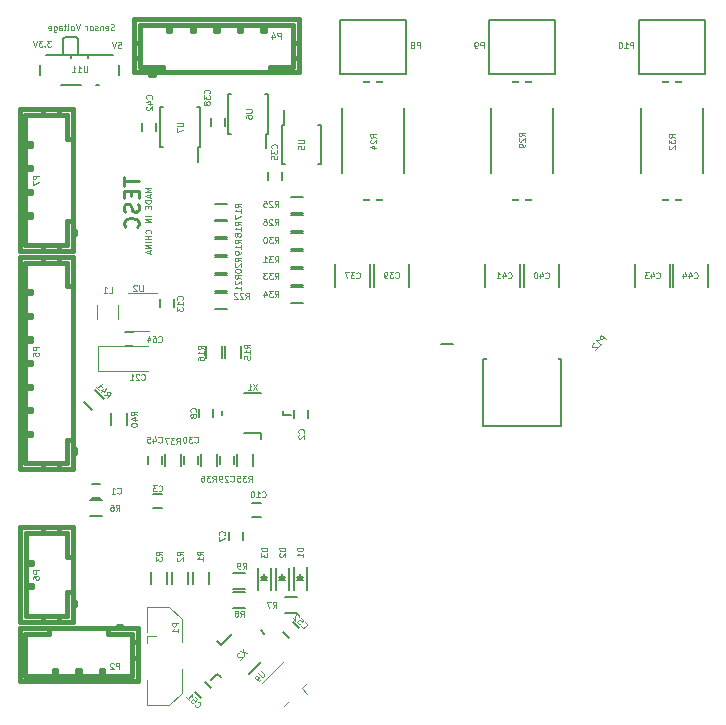
<source format=gbo>
G04 #@! TF.GenerationSoftware,KiCad,Pcbnew,(5.1.5-0)*
G04 #@! TF.CreationDate,2019-12-28T20:18:40+08:00*
G04 #@! TF.ProjectId,VESC_6,56455343-5f36-42e6-9b69-6361645f7063,A*
G04 #@! TF.SameCoordinates,Original*
G04 #@! TF.FileFunction,Legend,Bot*
G04 #@! TF.FilePolarity,Positive*
%FSLAX46Y46*%
G04 Gerber Fmt 4.6, Leading zero omitted, Abs format (unit mm)*
G04 Created by KiCad (PCBNEW (5.1.5-0)) date 2019-12-28 20:18:40*
%MOMM*%
%LPD*%
G04 APERTURE LIST*
%ADD10C,0.101600*%
%ADD11C,0.203200*%
%ADD12C,0.254000*%
%ADD13C,0.120000*%
%ADD14C,0.150000*%
%ADD15C,0.381000*%
%ADD16R,1.500000X0.450000*%
%ADD17O,1.100000X1.800000*%
%ADD18O,1.100000X2.200000*%
%ADD19R,2.300000X2.700000*%
%ADD20R,0.600000X2.700000*%
%ADD21R,0.797560X0.797560*%
%ADD22R,1.060000X0.650000*%
%ADD23R,1.000000X0.800000*%
%ADD24R,0.700000X1.500000*%
%ADD25C,0.900000*%
%ADD26R,1.300000X0.700000*%
%ADD27R,1.950000X1.500000*%
%ADD28R,0.450000X1.450000*%
%ADD29R,2.500000X1.000000*%
%ADD30R,0.900000X0.500000*%
%ADD31R,0.500000X0.900000*%
%ADD32R,0.750000X0.800000*%
%ADD33R,0.800000X0.750000*%
%ADD34C,0.100000*%
%ADD35R,2.000000X1.300000*%
%ADD36C,1.600000*%
%ADD37R,1.699260X1.198880*%
%ADD38O,1.699260X1.198880*%
%ADD39C,3.000000*%
%ADD40R,1.198880X1.699260*%
%ADD41O,1.198880X1.699260*%
%ADD42R,5.000000X4.000000*%
%ADD43R,6.000000X5.000000*%
G04 APERTURE END LIST*
D10*
X123177904Y-56085619D02*
X123105333Y-56109809D01*
X122984380Y-56109809D01*
X122936000Y-56085619D01*
X122911809Y-56061428D01*
X122887619Y-56013047D01*
X122887619Y-55964666D01*
X122911809Y-55916285D01*
X122936000Y-55892095D01*
X122984380Y-55867904D01*
X123081142Y-55843714D01*
X123129523Y-55819523D01*
X123153714Y-55795333D01*
X123177904Y-55746952D01*
X123177904Y-55698571D01*
X123153714Y-55650190D01*
X123129523Y-55626000D01*
X123081142Y-55601809D01*
X122960190Y-55601809D01*
X122887619Y-55626000D01*
X122476380Y-56085619D02*
X122524761Y-56109809D01*
X122621523Y-56109809D01*
X122669904Y-56085619D01*
X122694095Y-56037238D01*
X122694095Y-55843714D01*
X122669904Y-55795333D01*
X122621523Y-55771142D01*
X122524761Y-55771142D01*
X122476380Y-55795333D01*
X122452190Y-55843714D01*
X122452190Y-55892095D01*
X122694095Y-55940476D01*
X122234476Y-55771142D02*
X122234476Y-56109809D01*
X122234476Y-55819523D02*
X122210285Y-55795333D01*
X122161904Y-55771142D01*
X122089333Y-55771142D01*
X122040952Y-55795333D01*
X122016761Y-55843714D01*
X122016761Y-56109809D01*
X121799047Y-56085619D02*
X121750666Y-56109809D01*
X121653904Y-56109809D01*
X121605523Y-56085619D01*
X121581333Y-56037238D01*
X121581333Y-56013047D01*
X121605523Y-55964666D01*
X121653904Y-55940476D01*
X121726476Y-55940476D01*
X121774857Y-55916285D01*
X121799047Y-55867904D01*
X121799047Y-55843714D01*
X121774857Y-55795333D01*
X121726476Y-55771142D01*
X121653904Y-55771142D01*
X121605523Y-55795333D01*
X121291047Y-56109809D02*
X121339428Y-56085619D01*
X121363619Y-56061428D01*
X121387809Y-56013047D01*
X121387809Y-55867904D01*
X121363619Y-55819523D01*
X121339428Y-55795333D01*
X121291047Y-55771142D01*
X121218476Y-55771142D01*
X121170095Y-55795333D01*
X121145904Y-55819523D01*
X121121714Y-55867904D01*
X121121714Y-56013047D01*
X121145904Y-56061428D01*
X121170095Y-56085619D01*
X121218476Y-56109809D01*
X121291047Y-56109809D01*
X120904000Y-56109809D02*
X120904000Y-55771142D01*
X120904000Y-55867904D02*
X120879809Y-55819523D01*
X120855619Y-55795333D01*
X120807238Y-55771142D01*
X120758857Y-55771142D01*
X120275047Y-55601809D02*
X120105714Y-56109809D01*
X119936380Y-55601809D01*
X119694476Y-56109809D02*
X119742857Y-56085619D01*
X119767047Y-56061428D01*
X119791238Y-56013047D01*
X119791238Y-55867904D01*
X119767047Y-55819523D01*
X119742857Y-55795333D01*
X119694476Y-55771142D01*
X119621904Y-55771142D01*
X119573523Y-55795333D01*
X119549333Y-55819523D01*
X119525142Y-55867904D01*
X119525142Y-56013047D01*
X119549333Y-56061428D01*
X119573523Y-56085619D01*
X119621904Y-56109809D01*
X119694476Y-56109809D01*
X119234857Y-56109809D02*
X119283238Y-56085619D01*
X119307428Y-56037238D01*
X119307428Y-55601809D01*
X119113904Y-55771142D02*
X118920380Y-55771142D01*
X119041333Y-55601809D02*
X119041333Y-56037238D01*
X119017142Y-56085619D01*
X118968761Y-56109809D01*
X118920380Y-56109809D01*
X118533333Y-56109809D02*
X118533333Y-55843714D01*
X118557523Y-55795333D01*
X118605904Y-55771142D01*
X118702666Y-55771142D01*
X118751047Y-55795333D01*
X118533333Y-56085619D02*
X118581714Y-56109809D01*
X118702666Y-56109809D01*
X118751047Y-56085619D01*
X118775238Y-56037238D01*
X118775238Y-55988857D01*
X118751047Y-55940476D01*
X118702666Y-55916285D01*
X118581714Y-55916285D01*
X118533333Y-55892095D01*
X118073714Y-55771142D02*
X118073714Y-56182380D01*
X118097904Y-56230761D01*
X118122095Y-56254952D01*
X118170476Y-56279142D01*
X118243047Y-56279142D01*
X118291428Y-56254952D01*
X118073714Y-56085619D02*
X118122095Y-56109809D01*
X118218857Y-56109809D01*
X118267238Y-56085619D01*
X118291428Y-56061428D01*
X118315619Y-56013047D01*
X118315619Y-55867904D01*
X118291428Y-55819523D01*
X118267238Y-55795333D01*
X118218857Y-55771142D01*
X118122095Y-55771142D01*
X118073714Y-55795333D01*
X117638285Y-56085619D02*
X117686666Y-56109809D01*
X117783428Y-56109809D01*
X117831809Y-56085619D01*
X117856000Y-56037238D01*
X117856000Y-55843714D01*
X117831809Y-55795333D01*
X117783428Y-55771142D01*
X117686666Y-55771142D01*
X117638285Y-55795333D01*
X117614095Y-55843714D01*
X117614095Y-55892095D01*
X117856000Y-55940476D01*
D11*
X150876000Y-82677000D02*
X151892000Y-82677000D01*
D10*
X126340809Y-69493190D02*
X125832809Y-69493190D01*
X126195666Y-69662523D01*
X125832809Y-69831857D01*
X126340809Y-69831857D01*
X126195666Y-70049571D02*
X126195666Y-70291476D01*
X126340809Y-70001190D02*
X125832809Y-70170523D01*
X126340809Y-70339857D01*
X126340809Y-70509190D02*
X125832809Y-70509190D01*
X125832809Y-70630142D01*
X125857000Y-70702714D01*
X125905380Y-70751095D01*
X125953761Y-70775285D01*
X126050523Y-70799476D01*
X126123095Y-70799476D01*
X126219857Y-70775285D01*
X126268238Y-70751095D01*
X126316619Y-70702714D01*
X126340809Y-70630142D01*
X126340809Y-70509190D01*
X126074714Y-71017190D02*
X126074714Y-71186523D01*
X126340809Y-71259095D02*
X126340809Y-71017190D01*
X125832809Y-71017190D01*
X125832809Y-71259095D01*
X126340809Y-71863857D02*
X125832809Y-71863857D01*
X126340809Y-72105761D02*
X125832809Y-72105761D01*
X126340809Y-72396047D01*
X125832809Y-72396047D01*
X126292428Y-73315285D02*
X126316619Y-73291095D01*
X126340809Y-73218523D01*
X126340809Y-73170142D01*
X126316619Y-73097571D01*
X126268238Y-73049190D01*
X126219857Y-73025000D01*
X126123095Y-73000809D01*
X126050523Y-73000809D01*
X125953761Y-73025000D01*
X125905380Y-73049190D01*
X125857000Y-73097571D01*
X125832809Y-73170142D01*
X125832809Y-73218523D01*
X125857000Y-73291095D01*
X125881190Y-73315285D01*
X126340809Y-73533000D02*
X125832809Y-73533000D01*
X126074714Y-73533000D02*
X126074714Y-73823285D01*
X126340809Y-73823285D02*
X125832809Y-73823285D01*
X126340809Y-74065190D02*
X125832809Y-74065190D01*
X126340809Y-74307095D02*
X125832809Y-74307095D01*
X126340809Y-74597380D01*
X125832809Y-74597380D01*
X126195666Y-74815095D02*
X126195666Y-75057000D01*
X126340809Y-74766714D02*
X125832809Y-74936047D01*
X126340809Y-75105380D01*
D12*
X124018523Y-68561857D02*
X124018523Y-69287571D01*
X125288523Y-68924714D02*
X124018523Y-68924714D01*
X124623285Y-69710904D02*
X124623285Y-70134238D01*
X125288523Y-70315666D02*
X125288523Y-69710904D01*
X124018523Y-69710904D01*
X124018523Y-70315666D01*
X125228047Y-70799476D02*
X125288523Y-70980904D01*
X125288523Y-71283285D01*
X125228047Y-71404238D01*
X125167571Y-71464714D01*
X125046619Y-71525190D01*
X124925666Y-71525190D01*
X124804714Y-71464714D01*
X124744238Y-71404238D01*
X124683761Y-71283285D01*
X124623285Y-71041380D01*
X124562809Y-70920428D01*
X124502333Y-70859952D01*
X124381380Y-70799476D01*
X124260428Y-70799476D01*
X124139476Y-70859952D01*
X124079000Y-70920428D01*
X124018523Y-71041380D01*
X124018523Y-71343761D01*
X124079000Y-71525190D01*
X125167571Y-72795190D02*
X125228047Y-72734714D01*
X125288523Y-72553285D01*
X125288523Y-72432333D01*
X125228047Y-72250904D01*
X125107095Y-72129952D01*
X124986142Y-72069476D01*
X124744238Y-72009000D01*
X124562809Y-72009000D01*
X124320904Y-72069476D01*
X124199952Y-72129952D01*
X124079000Y-72250904D01*
X124018523Y-72432333D01*
X124018523Y-72553285D01*
X124079000Y-72734714D01*
X124139476Y-72795190D01*
D10*
X117843904Y-56998809D02*
X117529428Y-56998809D01*
X117698761Y-57192333D01*
X117626190Y-57192333D01*
X117577809Y-57216523D01*
X117553619Y-57240714D01*
X117529428Y-57289095D01*
X117529428Y-57410047D01*
X117553619Y-57458428D01*
X117577809Y-57482619D01*
X117626190Y-57506809D01*
X117771333Y-57506809D01*
X117819714Y-57482619D01*
X117843904Y-57458428D01*
X117311714Y-57458428D02*
X117287523Y-57482619D01*
X117311714Y-57506809D01*
X117335904Y-57482619D01*
X117311714Y-57458428D01*
X117311714Y-57506809D01*
X117118190Y-56998809D02*
X116803714Y-56998809D01*
X116973047Y-57192333D01*
X116900476Y-57192333D01*
X116852095Y-57216523D01*
X116827904Y-57240714D01*
X116803714Y-57289095D01*
X116803714Y-57410047D01*
X116827904Y-57458428D01*
X116852095Y-57482619D01*
X116900476Y-57506809D01*
X117045619Y-57506809D01*
X117094000Y-57482619D01*
X117118190Y-57458428D01*
X116658571Y-56998809D02*
X116489238Y-57506809D01*
X116319904Y-56998809D01*
X123540761Y-57125809D02*
X123782666Y-57125809D01*
X123806857Y-57367714D01*
X123782666Y-57343523D01*
X123734285Y-57319333D01*
X123613333Y-57319333D01*
X123564952Y-57343523D01*
X123540761Y-57367714D01*
X123516571Y-57416095D01*
X123516571Y-57537047D01*
X123540761Y-57585428D01*
X123564952Y-57609619D01*
X123613333Y-57633809D01*
X123734285Y-57633809D01*
X123782666Y-57609619D01*
X123806857Y-57585428D01*
X123371428Y-57125809D02*
X123202095Y-57633809D01*
X123032761Y-57125809D01*
D13*
X126750000Y-107400000D02*
X126000000Y-107400000D01*
X126000000Y-107400000D02*
X126000000Y-108000000D01*
X126000000Y-107100000D02*
X126000000Y-104950000D01*
X126000000Y-113250000D02*
X127825000Y-113250000D01*
X128925000Y-106000000D02*
X128925000Y-108100000D01*
X126000000Y-104950000D02*
X127825000Y-104950000D01*
X128925000Y-112200000D02*
X128925000Y-110100000D01*
X126000000Y-111100000D02*
X126000000Y-113250000D01*
X128925000Y-106000000D02*
X127825000Y-104950000D01*
X128925000Y-112200000D02*
X127825000Y-113250000D01*
D14*
X142516000Y-60532000D02*
X142516000Y-70532000D01*
X142516000Y-70532000D02*
X147716000Y-70532000D01*
X147716000Y-70532000D02*
X147716000Y-60532000D01*
X147716000Y-60532000D02*
X142516000Y-60532000D01*
X167834000Y-60532000D02*
X167834000Y-70532000D01*
X167834000Y-70532000D02*
X173034000Y-70532000D01*
X173034000Y-70532000D02*
X173034000Y-60532000D01*
X173034000Y-60532000D02*
X167834000Y-60532000D01*
X155134000Y-60532000D02*
X155134000Y-70532000D01*
X155134000Y-70532000D02*
X160334000Y-70532000D01*
X160334000Y-70532000D02*
X160334000Y-60532000D01*
X160334000Y-60532000D02*
X155134000Y-60532000D01*
X138692300Y-102406700D02*
X138942300Y-102656700D01*
X139192300Y-102406700D02*
X138692300Y-102406700D01*
X138942300Y-102656700D02*
X139192300Y-102406700D01*
X139192300Y-102656700D02*
X138692300Y-102656700D01*
X138942300Y-102606700D02*
X138942300Y-102156700D01*
X139492300Y-103506700D02*
X139492300Y-101606700D01*
X138392300Y-103506700D02*
X138392300Y-101606700D01*
X137164000Y-102438200D02*
X137414000Y-102688200D01*
X137664000Y-102438200D02*
X137164000Y-102438200D01*
X137414000Y-102688200D02*
X137664000Y-102438200D01*
X137664000Y-102688200D02*
X137164000Y-102688200D01*
X137414000Y-102638200D02*
X137414000Y-102188200D01*
X137964000Y-103538200D02*
X137964000Y-101638200D01*
X136864000Y-103538200D02*
X136864000Y-101638200D01*
X135640000Y-102438200D02*
X135890000Y-102688200D01*
X136140000Y-102438200D02*
X135640000Y-102438200D01*
X135890000Y-102688200D02*
X136140000Y-102438200D01*
X136140000Y-102688200D02*
X135640000Y-102688200D01*
X135890000Y-102638200D02*
X135890000Y-102188200D01*
X136440000Y-103538200D02*
X136440000Y-101638200D01*
X135340000Y-103538200D02*
X135340000Y-101638200D01*
D13*
X124335000Y-78386000D02*
X126785000Y-78386000D01*
X126135000Y-81606000D02*
X124335000Y-81606000D01*
D14*
X123619000Y-59092000D02*
X123619000Y-59892000D01*
X116919000Y-59892000D02*
X116919000Y-59092000D01*
X118669000Y-60792000D02*
X120369000Y-60792000D01*
X117419000Y-58192000D02*
X123119000Y-58192000D01*
X120169000Y-56892000D02*
X120169000Y-58192000D01*
X119069000Y-56692000D02*
X119969000Y-56692000D01*
X118869000Y-58192000D02*
X118869000Y-56892000D01*
X120169000Y-56892000D02*
X119969000Y-56692000D01*
X118869000Y-56892000D02*
X119069000Y-56692000D01*
X121669000Y-60792000D02*
X121869000Y-60792000D01*
X119519000Y-58492000D02*
X119519000Y-58192000D01*
X121019000Y-58492000D02*
X121019000Y-58192000D01*
D13*
X121738500Y-79396000D02*
X121738500Y-80596000D01*
X123498500Y-80596000D02*
X123498500Y-79396000D01*
X121832000Y-84997000D02*
X121832000Y-82897000D01*
X121832000Y-82897000D02*
X126082000Y-82897000D01*
X121832000Y-84997000D02*
X126082000Y-84997000D01*
D14*
X137565000Y-64111000D02*
X137565000Y-62861000D01*
X140740000Y-64111000D02*
X140740000Y-67461000D01*
X137390000Y-64111000D02*
X137390000Y-67461000D01*
X140740000Y-64111000D02*
X140490000Y-64111000D01*
X140740000Y-67461000D02*
X140490000Y-67461000D01*
X137390000Y-67461000D02*
X137640000Y-67461000D01*
X137390000Y-64111000D02*
X137565000Y-64111000D01*
X136043800Y-64870200D02*
X136043800Y-66120200D01*
X132868800Y-64870200D02*
X132868800Y-61520200D01*
X136218800Y-64870200D02*
X136218800Y-61520200D01*
X132868800Y-64870200D02*
X133118800Y-64870200D01*
X132868800Y-61520200D02*
X133118800Y-61520200D01*
X136218800Y-61520200D02*
X135968800Y-61520200D01*
X136218800Y-64870200D02*
X136043800Y-64870200D01*
X130265300Y-66013200D02*
X130265300Y-67263200D01*
X127090300Y-66013200D02*
X127090300Y-62663200D01*
X130440300Y-66013200D02*
X130440300Y-62663200D01*
X127090300Y-66013200D02*
X127340300Y-66013200D01*
X127090300Y-62663200D02*
X127340300Y-62663200D01*
X130440300Y-62663200D02*
X130190300Y-62663200D01*
X130440300Y-66013200D02*
X130265300Y-66013200D01*
X141908000Y-77898500D02*
X141908000Y-75898500D01*
X144858000Y-75898500D02*
X144858000Y-77898500D01*
X145210000Y-77898500D02*
X145210000Y-75898500D01*
X148160000Y-75898500D02*
X148160000Y-77898500D01*
X157910000Y-77898500D02*
X157910000Y-75898500D01*
X160860000Y-75898500D02*
X160860000Y-77898500D01*
X154608000Y-77898500D02*
X154608000Y-75898500D01*
X157558000Y-75898500D02*
X157558000Y-77898500D01*
X167308000Y-77898500D02*
X167308000Y-75898500D01*
X170258000Y-75898500D02*
X170258000Y-77898500D01*
X170483000Y-77898500D02*
X170483000Y-75898500D01*
X173433000Y-75898500D02*
X173433000Y-77898500D01*
X131231000Y-102989000D02*
X131231000Y-101989000D01*
X129881000Y-101989000D02*
X129881000Y-102989000D01*
X128103000Y-101989000D02*
X128103000Y-102989000D01*
X129453000Y-102989000D02*
X129453000Y-101989000D01*
X126329300Y-101977000D02*
X126329300Y-102977000D01*
X127679300Y-102977000D02*
X127679300Y-101977000D01*
X122166000Y-95908500D02*
X121166000Y-95908500D01*
X121166000Y-97258500D02*
X122166000Y-97258500D01*
X137676000Y-105450000D02*
X138676000Y-105450000D01*
X138676000Y-104100000D02*
X137676000Y-104100000D01*
X133281800Y-105018200D02*
X134281800Y-105018200D01*
X134281800Y-103668200D02*
X133281800Y-103668200D01*
X133281800Y-103418000D02*
X134281800Y-103418000D01*
X134281800Y-102068000D02*
X133281800Y-102068000D01*
X133956000Y-83869000D02*
X133956000Y-82869000D01*
X132606000Y-82869000D02*
X132606000Y-83869000D01*
X132359800Y-83880200D02*
X132359800Y-82880200D01*
X131009800Y-82880200D02*
X131009800Y-83880200D01*
X131716500Y-72176000D02*
X132716500Y-72176000D01*
X132716500Y-70826000D02*
X131716500Y-70826000D01*
X131716500Y-73636500D02*
X132716500Y-73636500D01*
X132716500Y-72286500D02*
X131716500Y-72286500D01*
X131716500Y-75160500D02*
X132716500Y-75160500D01*
X132716500Y-73810500D02*
X131716500Y-73810500D01*
X131716500Y-76684500D02*
X132716500Y-76684500D01*
X132716500Y-75334500D02*
X131716500Y-75334500D01*
X131716500Y-78208500D02*
X132716500Y-78208500D01*
X132716500Y-76858500D02*
X131716500Y-76858500D01*
X131716500Y-79732500D02*
X132716500Y-79732500D01*
X132716500Y-78382500D02*
X131716500Y-78382500D01*
X139172000Y-70254500D02*
X138172000Y-70254500D01*
X138172000Y-71604500D02*
X139172000Y-71604500D01*
X139171300Y-71791200D02*
X138171300Y-71791200D01*
X138171300Y-73141200D02*
X139171300Y-73141200D01*
X139184000Y-73302500D02*
X138184000Y-73302500D01*
X138184000Y-74652500D02*
X139184000Y-74652500D01*
X139184000Y-74826500D02*
X138184000Y-74826500D01*
X138184000Y-76176500D02*
X139184000Y-76176500D01*
X139184000Y-76350500D02*
X138184000Y-76350500D01*
X138184000Y-77700500D02*
X139184000Y-77700500D01*
X139184000Y-77874500D02*
X138184000Y-77874500D01*
X138184000Y-79224500D02*
X139184000Y-79224500D01*
X134914000Y-93032200D02*
X134914000Y-92032200D01*
X133564000Y-92032200D02*
X133564000Y-93032200D01*
X131866000Y-93032200D02*
X131866000Y-92032200D01*
X130516000Y-92032200D02*
X130516000Y-93032200D01*
X128818000Y-93032200D02*
X128818000Y-92032200D01*
X127468000Y-92032200D02*
X127468000Y-93032200D01*
X136179000Y-68103000D02*
X136179000Y-68803000D01*
X137379000Y-68803000D02*
X137379000Y-68103000D01*
X134905000Y-97374000D02*
X135605000Y-97374000D01*
X135605000Y-96174000D02*
X134905000Y-96174000D01*
X121303300Y-95735700D02*
X122003300Y-95735700D01*
X122003300Y-94535700D02*
X121303300Y-94535700D01*
X138388800Y-88245200D02*
X138388800Y-88945200D01*
X139588800Y-88945200D02*
X139588800Y-88245200D01*
X126523000Y-96612000D02*
X127223000Y-96612000D01*
X127223000Y-95412000D02*
X126523000Y-95412000D01*
X134077000Y-99295000D02*
X134077000Y-98595000D01*
X132877000Y-98595000D02*
X132877000Y-99295000D01*
X131537000Y-88869000D02*
X131537000Y-88169000D01*
X130337000Y-88169000D02*
X130337000Y-88869000D01*
X128235000Y-79598000D02*
X128235000Y-78898000D01*
X127035000Y-78898000D02*
X127035000Y-79598000D01*
X133315000Y-92882200D02*
X133315000Y-92182200D01*
X132115000Y-92182200D02*
X132115000Y-92882200D01*
X130267000Y-92882200D02*
X130267000Y-92182200D01*
X129067000Y-92182200D02*
X129067000Y-92882200D01*
X132553000Y-64231000D02*
X132553000Y-63531000D01*
X131353000Y-63531000D02*
X131353000Y-64231000D01*
X126774500Y-64687500D02*
X126774500Y-63987500D01*
X125574500Y-63987500D02*
X125574500Y-64687500D01*
X127219000Y-92882200D02*
X127219000Y-92182200D01*
X126019000Y-92182200D02*
X126019000Y-92882200D01*
X130011249Y-112190777D02*
X130506223Y-112685751D01*
X131354751Y-111837223D02*
X130859777Y-111342249D01*
X138847751Y-106757223D02*
X138352777Y-106262249D01*
X137504249Y-107110777D02*
X137999223Y-107605751D01*
X124810000Y-81696000D02*
X124110000Y-81696000D01*
X124110000Y-82896000D02*
X124810000Y-82896000D01*
X131928901Y-110612256D02*
X131433926Y-111107231D01*
X132211744Y-108208093D02*
X131858190Y-107854540D01*
X133203164Y-107216673D02*
X132211744Y-108208093D01*
X134615171Y-110612992D02*
X135606592Y-109621571D01*
X135605856Y-106935301D02*
X135888699Y-107218144D01*
X131928901Y-110612256D02*
X132211744Y-110895099D01*
X137506000Y-88739320D02*
X137506000Y-88339320D01*
X132306000Y-88739320D02*
X132306000Y-88339320D01*
X135607040Y-86839320D02*
X134204960Y-86839320D01*
X134203920Y-90239320D02*
X135606000Y-90239320D01*
X135606000Y-90239320D02*
X135606000Y-90739320D01*
X137506000Y-88739320D02*
X138206000Y-88739320D01*
D15*
X119699260Y-106202020D02*
X119699260Y-98201020D01*
X115698760Y-98701400D02*
X115698760Y-105701640D01*
X115200920Y-106202020D02*
X115200920Y-98201020D01*
X116199140Y-103103220D02*
X115698760Y-103103220D01*
X116199140Y-103301340D02*
X116199140Y-103103220D01*
X115698760Y-103301340D02*
X116199140Y-103301340D01*
X115698760Y-101302360D02*
X116199140Y-101302360D01*
X116199140Y-101302360D02*
X116199140Y-101104240D01*
X116199140Y-101104240D02*
X115698760Y-101104240D01*
X118500380Y-98201020D02*
X118500380Y-98701400D01*
X117199900Y-98701400D02*
X117199900Y-98201020D01*
X117199900Y-105701640D02*
X117199900Y-106202020D01*
X118500380Y-105701640D02*
X118500380Y-106202020D01*
X119699260Y-103702660D02*
X119198880Y-103702660D01*
X119198880Y-103702660D02*
X119198880Y-105701640D01*
X119198880Y-105701640D02*
X115698760Y-105701640D01*
X115698760Y-98701400D02*
X119198880Y-98701400D01*
X119198880Y-98701400D02*
X119198880Y-100700380D01*
X119198880Y-100700380D02*
X119699260Y-100700380D01*
X119699260Y-106202020D02*
X115200920Y-106202020D01*
X119699260Y-98201020D02*
X115200920Y-98201020D01*
X119699260Y-104502760D02*
X119899920Y-104502760D01*
X119899920Y-104502760D02*
X119899920Y-104802480D01*
X119899920Y-104802480D02*
X119699260Y-104802480D01*
X120083580Y-110258860D02*
X120083580Y-110759240D01*
X120281700Y-110258860D02*
X120083580Y-110258860D01*
X120281700Y-110759240D02*
X120281700Y-110258860D01*
X125183900Y-111257080D02*
X115181380Y-111257080D01*
X115681760Y-110759240D02*
X124683520Y-110759240D01*
X125183900Y-106758740D02*
X115181380Y-106758740D01*
X122085100Y-110258860D02*
X122085100Y-110759240D01*
X122283220Y-110258860D02*
X122085100Y-110258860D01*
X122283220Y-110759240D02*
X122283220Y-110258860D01*
X118282720Y-110759240D02*
X118282720Y-110258860D01*
X118282720Y-110258860D02*
X118084600Y-110258860D01*
X118084600Y-110258860D02*
X118084600Y-110759240D01*
X115181380Y-107957620D02*
X115681760Y-107957620D01*
X115681760Y-109258100D02*
X115181380Y-109258100D01*
X124683520Y-109258100D02*
X125183900Y-109258100D01*
X124683520Y-107957620D02*
X125183900Y-107957620D01*
X122684540Y-106758740D02*
X122684540Y-107259120D01*
X122684540Y-107259120D02*
X124683520Y-107259120D01*
X124683520Y-107259120D02*
X124683520Y-110759240D01*
X115681760Y-110759240D02*
X115681760Y-107259120D01*
X115681760Y-107259120D02*
X117680740Y-107259120D01*
X117680740Y-107259120D02*
X117680740Y-106758740D01*
X125183900Y-106758740D02*
X125183900Y-111257080D01*
X115181380Y-106758740D02*
X115181380Y-111257080D01*
X123484640Y-106758740D02*
X123484640Y-106558080D01*
X123484640Y-106558080D02*
X123784360Y-106558080D01*
X123784360Y-106558080D02*
X123784360Y-106758740D01*
X138850240Y-59699260D02*
X124849760Y-59699260D01*
X124849760Y-55200920D02*
X138850240Y-55200920D01*
X138349860Y-55698760D02*
X125350140Y-55698760D01*
X133747380Y-55698760D02*
X133747380Y-56199140D01*
X133747380Y-56199140D02*
X133945500Y-56199140D01*
X133945500Y-56199140D02*
X133945500Y-55698760D01*
X135947020Y-56199140D02*
X135947020Y-55698760D01*
X135748900Y-56199140D02*
X135947020Y-56199140D01*
X135748900Y-55698760D02*
X135748900Y-56199140D01*
X129947540Y-56199140D02*
X129947540Y-55698760D01*
X129749420Y-56199140D02*
X129947540Y-56199140D01*
X129749420Y-55698760D02*
X129749420Y-56199140D01*
X127946020Y-56199140D02*
X127946020Y-55698760D01*
X127747900Y-56199140D02*
X127946020Y-56199140D01*
X127747900Y-55698760D02*
X127747900Y-56199140D01*
X131748400Y-55698760D02*
X131748400Y-56199140D01*
X131748400Y-56199140D02*
X131946520Y-56199140D01*
X131946520Y-56199140D02*
X131946520Y-55698760D01*
X138850240Y-58500380D02*
X138349860Y-58500380D01*
X138349860Y-57199900D02*
X138850240Y-57199900D01*
X125347600Y-57199900D02*
X124847220Y-57199900D01*
X125347600Y-58500380D02*
X124847220Y-58500380D01*
X127346580Y-59699260D02*
X127346580Y-59198880D01*
X127346580Y-59198880D02*
X125347600Y-59198880D01*
X125347600Y-59198880D02*
X125347600Y-55698760D01*
X138349860Y-55698760D02*
X138349860Y-59198880D01*
X138349860Y-59198880D02*
X136350880Y-59198880D01*
X136350880Y-59198880D02*
X136350880Y-59699260D01*
X124847220Y-59699260D02*
X124847220Y-55200920D01*
X138850240Y-59699260D02*
X138850240Y-55200920D01*
X126546480Y-59699260D02*
X126546480Y-59899920D01*
X126546480Y-59899920D02*
X126246760Y-59899920D01*
X126246760Y-59899920D02*
X126246760Y-59699260D01*
X115183920Y-93299220D02*
X115183920Y-75300780D01*
X115681760Y-75801160D02*
X115681760Y-92798840D01*
X119682260Y-93299220D02*
X119682260Y-75300780D01*
X115681760Y-82400080D02*
X116182140Y-82400080D01*
X116182140Y-82400080D02*
X116182140Y-82201960D01*
X116182140Y-82201960D02*
X115681760Y-82201960D01*
X115681760Y-78402120D02*
X116182140Y-78402120D01*
X116182140Y-78402120D02*
X116182140Y-78204000D01*
X116182140Y-78204000D02*
X115681760Y-78204000D01*
X115681760Y-84404140D02*
X116182140Y-84404140D01*
X116182140Y-84404140D02*
X116182140Y-84206020D01*
X116182140Y-84206020D02*
X115681760Y-84206020D01*
X116182140Y-80202980D02*
X115681760Y-80202980D01*
X116182140Y-80401100D02*
X116182140Y-80202980D01*
X115681760Y-80401100D02*
X116182140Y-80401100D01*
X116182140Y-88203980D02*
X115681760Y-88203980D01*
X116182140Y-88402100D02*
X116182140Y-88203980D01*
X115681760Y-88402100D02*
X116182140Y-88402100D01*
X116182140Y-90205500D02*
X115681760Y-90205500D01*
X116182140Y-90403620D02*
X116182140Y-90205500D01*
X115681760Y-90403620D02*
X116182140Y-90403620D01*
X115681760Y-86403120D02*
X116182140Y-86403120D01*
X116182140Y-86403120D02*
X116182140Y-86205000D01*
X116182140Y-86205000D02*
X115681760Y-86205000D01*
X118483380Y-75300780D02*
X118483380Y-75801160D01*
X117182900Y-75801160D02*
X117182900Y-75300780D01*
X117182900Y-92803920D02*
X117182900Y-93304300D01*
X118483380Y-92803920D02*
X118483380Y-93304300D01*
X119682260Y-90804940D02*
X119181880Y-90804940D01*
X119181880Y-90804940D02*
X119181880Y-92803920D01*
X119181880Y-92803920D02*
X115681760Y-92803920D01*
X115681760Y-75801160D02*
X119181880Y-75801160D01*
X119181880Y-75801160D02*
X119181880Y-77800140D01*
X119181880Y-77800140D02*
X119682260Y-77800140D01*
X119682260Y-93304300D02*
X115183920Y-93304300D01*
X119682260Y-75300780D02*
X115183920Y-75300780D01*
X119682260Y-91605040D02*
X119882920Y-91605040D01*
X119882920Y-91605040D02*
X119882920Y-91904760D01*
X119882920Y-91904760D02*
X119682260Y-91904760D01*
X119682260Y-62800520D02*
X119682260Y-74799480D01*
X115681760Y-74299100D02*
X115681760Y-63300900D01*
X115183920Y-62800520D02*
X115183920Y-74799480D01*
X116182140Y-65703740D02*
X115681760Y-65703740D01*
X116182140Y-65901860D02*
X116182140Y-65703740D01*
X115681760Y-65901860D02*
X116182140Y-65901860D01*
X116182140Y-69701700D02*
X115681760Y-69701700D01*
X116182140Y-69899820D02*
X116182140Y-69701700D01*
X115681760Y-69899820D02*
X116182140Y-69899820D01*
X116182140Y-71703220D02*
X115681760Y-71703220D01*
X116182140Y-71901340D02*
X116182140Y-71703220D01*
X115681760Y-71901340D02*
X116182140Y-71901340D01*
X115681760Y-67900840D02*
X116182140Y-67900840D01*
X116182140Y-67900840D02*
X116182140Y-67702720D01*
X116182140Y-67702720D02*
X115681760Y-67702720D01*
X118483380Y-62800520D02*
X118483380Y-63300900D01*
X117182900Y-63300900D02*
X117182900Y-62800520D01*
X117182900Y-74301640D02*
X117182900Y-74802020D01*
X118483380Y-74301640D02*
X118483380Y-74802020D01*
X119682260Y-72302660D02*
X119181880Y-72302660D01*
X119181880Y-72302660D02*
X119181880Y-74301640D01*
X119181880Y-74301640D02*
X115681760Y-74301640D01*
X115681760Y-63300900D02*
X119181880Y-63300900D01*
X119181880Y-63300900D02*
X119181880Y-65299880D01*
X119181880Y-65299880D02*
X119682260Y-65299880D01*
X119682260Y-74802020D02*
X115183920Y-74802020D01*
X119682260Y-62800520D02*
X115183920Y-62800520D01*
X119682260Y-73102760D02*
X119882920Y-73102760D01*
X119882920Y-73102760D02*
X119882920Y-73402480D01*
X119882920Y-73402480D02*
X119682260Y-73402480D01*
D13*
X137579053Y-109507865D02*
X135669865Y-111417053D01*
X139085191Y-111848388D02*
X139530668Y-112293866D01*
X137557840Y-113375739D02*
X138010388Y-112923191D01*
X139537739Y-111395840D02*
X139085191Y-111848388D01*
D14*
X142314500Y-55231000D02*
X142314500Y-59831000D01*
X142314500Y-59831000D02*
X147914500Y-59831000D01*
X147914500Y-59831000D02*
X147914500Y-55231000D01*
X147914500Y-55231000D02*
X142314500Y-55231000D01*
X154934000Y-55231000D02*
X154934000Y-59831000D01*
X154934000Y-59831000D02*
X160534000Y-59831000D01*
X160534000Y-59831000D02*
X160534000Y-55231000D01*
X160534000Y-55231000D02*
X154934000Y-55231000D01*
X167634000Y-55231000D02*
X167634000Y-59831000D01*
X167634000Y-59831000D02*
X173234000Y-59831000D01*
X173234000Y-59831000D02*
X173234000Y-55231000D01*
X173234000Y-55231000D02*
X167634000Y-55231000D01*
X154434000Y-89600000D02*
X161034000Y-89600000D01*
X161034000Y-89600000D02*
X161034000Y-84000000D01*
X161034000Y-84000000D02*
X154434000Y-84000000D01*
X154434000Y-84000000D02*
X154434000Y-89600000D01*
X122946800Y-88539700D02*
X122946800Y-89539700D01*
X124296800Y-89539700D02*
X124296800Y-88539700D01*
X120644650Y-87563244D02*
X121351756Y-88270350D01*
X122306350Y-87315756D02*
X121599244Y-86608650D01*
D10*
X128630809Y-106318047D02*
X128122809Y-106318047D01*
X128122809Y-106511571D01*
X128147000Y-106559952D01*
X128171190Y-106584142D01*
X128219571Y-106608333D01*
X128292142Y-106608333D01*
X128340523Y-106584142D01*
X128364714Y-106559952D01*
X128388904Y-106511571D01*
X128388904Y-106318047D01*
X128630809Y-107092142D02*
X128630809Y-106801857D01*
X128630809Y-106947000D02*
X128122809Y-106947000D01*
X128195380Y-106898619D01*
X128243761Y-106850238D01*
X128267952Y-106801857D01*
X145390809Y-65205428D02*
X145148904Y-65036095D01*
X145390809Y-64915142D02*
X144882809Y-64915142D01*
X144882809Y-65108666D01*
X144907000Y-65157047D01*
X144931190Y-65181238D01*
X144979571Y-65205428D01*
X145052142Y-65205428D01*
X145100523Y-65181238D01*
X145124714Y-65157047D01*
X145148904Y-65108666D01*
X145148904Y-64915142D01*
X144931190Y-65398952D02*
X144907000Y-65423142D01*
X144882809Y-65471523D01*
X144882809Y-65592476D01*
X144907000Y-65640857D01*
X144931190Y-65665047D01*
X144979571Y-65689238D01*
X145027952Y-65689238D01*
X145100523Y-65665047D01*
X145390809Y-65374761D01*
X145390809Y-65689238D01*
X145052142Y-66124666D02*
X145390809Y-66124666D01*
X144858619Y-66003714D02*
X145221476Y-65882761D01*
X145221476Y-66197238D01*
X170663809Y-65205428D02*
X170421904Y-65036095D01*
X170663809Y-64915142D02*
X170155809Y-64915142D01*
X170155809Y-65108666D01*
X170180000Y-65157047D01*
X170204190Y-65181238D01*
X170252571Y-65205428D01*
X170325142Y-65205428D01*
X170373523Y-65181238D01*
X170397714Y-65157047D01*
X170421904Y-65108666D01*
X170421904Y-64915142D01*
X170155809Y-65374761D02*
X170155809Y-65689238D01*
X170349333Y-65519904D01*
X170349333Y-65592476D01*
X170373523Y-65640857D01*
X170397714Y-65665047D01*
X170446095Y-65689238D01*
X170567047Y-65689238D01*
X170615428Y-65665047D01*
X170639619Y-65640857D01*
X170663809Y-65592476D01*
X170663809Y-65447333D01*
X170639619Y-65398952D01*
X170615428Y-65374761D01*
X170204190Y-65882761D02*
X170180000Y-65906952D01*
X170155809Y-65955333D01*
X170155809Y-66076285D01*
X170180000Y-66124666D01*
X170204190Y-66148857D01*
X170252571Y-66173047D01*
X170300952Y-66173047D01*
X170373523Y-66148857D01*
X170663809Y-65858571D01*
X170663809Y-66173047D01*
X157963809Y-65078428D02*
X157721904Y-64909095D01*
X157963809Y-64788142D02*
X157455809Y-64788142D01*
X157455809Y-64981666D01*
X157480000Y-65030047D01*
X157504190Y-65054238D01*
X157552571Y-65078428D01*
X157625142Y-65078428D01*
X157673523Y-65054238D01*
X157697714Y-65030047D01*
X157721904Y-64981666D01*
X157721904Y-64788142D01*
X157504190Y-65271952D02*
X157480000Y-65296142D01*
X157455809Y-65344523D01*
X157455809Y-65465476D01*
X157480000Y-65513857D01*
X157504190Y-65538047D01*
X157552571Y-65562238D01*
X157600952Y-65562238D01*
X157673523Y-65538047D01*
X157963809Y-65247761D01*
X157963809Y-65562238D01*
X157963809Y-65804142D02*
X157963809Y-65900904D01*
X157939619Y-65949285D01*
X157915428Y-65973476D01*
X157842857Y-66021857D01*
X157746095Y-66046047D01*
X157552571Y-66046047D01*
X157504190Y-66021857D01*
X157480000Y-65997666D01*
X157455809Y-65949285D01*
X157455809Y-65852523D01*
X157480000Y-65804142D01*
X157504190Y-65779952D01*
X157552571Y-65755761D01*
X157673523Y-65755761D01*
X157721904Y-65779952D01*
X157746095Y-65804142D01*
X157770285Y-65852523D01*
X157770285Y-65949285D01*
X157746095Y-65997666D01*
X157721904Y-66021857D01*
X157673523Y-66046047D01*
X139167809Y-99955047D02*
X138659809Y-99955047D01*
X138659809Y-100076000D01*
X138684000Y-100148571D01*
X138732380Y-100196952D01*
X138780761Y-100221142D01*
X138877523Y-100245333D01*
X138950095Y-100245333D01*
X139046857Y-100221142D01*
X139095238Y-100196952D01*
X139143619Y-100148571D01*
X139167809Y-100076000D01*
X139167809Y-99955047D01*
X139167809Y-100729142D02*
X139167809Y-100438857D01*
X139167809Y-100584000D02*
X138659809Y-100584000D01*
X138732380Y-100535619D01*
X138780761Y-100487238D01*
X138804952Y-100438857D01*
X137690309Y-99935747D02*
X137182309Y-99935747D01*
X137182309Y-100056700D01*
X137206500Y-100129271D01*
X137254880Y-100177652D01*
X137303261Y-100201842D01*
X137400023Y-100226033D01*
X137472595Y-100226033D01*
X137569357Y-100201842D01*
X137617738Y-100177652D01*
X137666119Y-100129271D01*
X137690309Y-100056700D01*
X137690309Y-99935747D01*
X137230690Y-100419557D02*
X137206500Y-100443747D01*
X137182309Y-100492128D01*
X137182309Y-100613080D01*
X137206500Y-100661461D01*
X137230690Y-100685652D01*
X137279071Y-100709842D01*
X137327452Y-100709842D01*
X137400023Y-100685652D01*
X137690309Y-100395366D01*
X137690309Y-100709842D01*
X136166309Y-99935747D02*
X135658309Y-99935747D01*
X135658309Y-100056700D01*
X135682500Y-100129271D01*
X135730880Y-100177652D01*
X135779261Y-100201842D01*
X135876023Y-100226033D01*
X135948595Y-100226033D01*
X136045357Y-100201842D01*
X136093738Y-100177652D01*
X136142119Y-100129271D01*
X136166309Y-100056700D01*
X136166309Y-99935747D01*
X135658309Y-100395366D02*
X135658309Y-100709842D01*
X135851833Y-100540509D01*
X135851833Y-100613080D01*
X135876023Y-100661461D01*
X135900214Y-100685652D01*
X135948595Y-100709842D01*
X136069547Y-100709842D01*
X136117928Y-100685652D01*
X136142119Y-100661461D01*
X136166309Y-100613080D01*
X136166309Y-100467938D01*
X136142119Y-100419557D01*
X136117928Y-100395366D01*
X125622047Y-77699809D02*
X125622047Y-78111047D01*
X125597857Y-78159428D01*
X125573666Y-78183619D01*
X125525285Y-78207809D01*
X125428523Y-78207809D01*
X125380142Y-78183619D01*
X125355952Y-78159428D01*
X125331761Y-78111047D01*
X125331761Y-77699809D01*
X125114047Y-77748190D02*
X125089857Y-77724000D01*
X125041476Y-77699809D01*
X124920523Y-77699809D01*
X124872142Y-77724000D01*
X124847952Y-77748190D01*
X124823761Y-77796571D01*
X124823761Y-77844952D01*
X124847952Y-77917523D01*
X125138238Y-78207809D01*
X124823761Y-78207809D01*
X120897952Y-59157809D02*
X120897952Y-59569047D01*
X120873761Y-59617428D01*
X120849571Y-59641619D01*
X120801190Y-59665809D01*
X120704428Y-59665809D01*
X120656047Y-59641619D01*
X120631857Y-59617428D01*
X120607666Y-59569047D01*
X120607666Y-59157809D01*
X120099666Y-59665809D02*
X120389952Y-59665809D01*
X120244809Y-59665809D02*
X120244809Y-59157809D01*
X120293190Y-59230380D01*
X120341571Y-59278761D01*
X120389952Y-59302952D01*
X119615857Y-59665809D02*
X119906142Y-59665809D01*
X119761000Y-59665809D02*
X119761000Y-59157809D01*
X119809380Y-59230380D01*
X119857761Y-59278761D01*
X119906142Y-59302952D01*
X122742166Y-78334809D02*
X122984071Y-78334809D01*
X122984071Y-77826809D01*
X122306738Y-78334809D02*
X122597023Y-78334809D01*
X122451880Y-78334809D02*
X122451880Y-77826809D01*
X122500261Y-77899380D01*
X122548642Y-77947761D01*
X122597023Y-77971952D01*
X125485071Y-85691428D02*
X125509261Y-85715619D01*
X125581833Y-85739809D01*
X125630214Y-85739809D01*
X125702785Y-85715619D01*
X125751166Y-85667238D01*
X125775357Y-85618857D01*
X125799547Y-85522095D01*
X125799547Y-85449523D01*
X125775357Y-85352761D01*
X125751166Y-85304380D01*
X125702785Y-85256000D01*
X125630214Y-85231809D01*
X125581833Y-85231809D01*
X125509261Y-85256000D01*
X125485071Y-85280190D01*
X125291547Y-85280190D02*
X125267357Y-85256000D01*
X125218976Y-85231809D01*
X125098023Y-85231809D01*
X125049642Y-85256000D01*
X125025452Y-85280190D01*
X125001261Y-85328571D01*
X125001261Y-85376952D01*
X125025452Y-85449523D01*
X125315738Y-85739809D01*
X125001261Y-85739809D01*
X124517452Y-85739809D02*
X124807738Y-85739809D01*
X124662595Y-85739809D02*
X124662595Y-85231809D01*
X124710976Y-85304380D01*
X124759357Y-85352761D01*
X124807738Y-85376952D01*
X138786809Y-65398952D02*
X139198047Y-65398952D01*
X139246428Y-65423142D01*
X139270619Y-65447333D01*
X139294809Y-65495714D01*
X139294809Y-65592476D01*
X139270619Y-65640857D01*
X139246428Y-65665047D01*
X139198047Y-65689238D01*
X138786809Y-65689238D01*
X138786809Y-66173047D02*
X138786809Y-65931142D01*
X139028714Y-65906952D01*
X139004523Y-65931142D01*
X138980333Y-65979523D01*
X138980333Y-66100476D01*
X139004523Y-66148857D01*
X139028714Y-66173047D01*
X139077095Y-66197238D01*
X139198047Y-66197238D01*
X139246428Y-66173047D01*
X139270619Y-66148857D01*
X139294809Y-66100476D01*
X139294809Y-65979523D01*
X139270619Y-65931142D01*
X139246428Y-65906952D01*
X134341809Y-62808152D02*
X134753047Y-62808152D01*
X134801428Y-62832342D01*
X134825619Y-62856533D01*
X134849809Y-62904914D01*
X134849809Y-63001676D01*
X134825619Y-63050057D01*
X134801428Y-63074247D01*
X134753047Y-63098438D01*
X134341809Y-63098438D01*
X134341809Y-63558057D02*
X134341809Y-63461295D01*
X134366000Y-63412914D01*
X134390190Y-63388723D01*
X134462761Y-63340342D01*
X134559523Y-63316152D01*
X134753047Y-63316152D01*
X134801428Y-63340342D01*
X134825619Y-63364533D01*
X134849809Y-63412914D01*
X134849809Y-63509676D01*
X134825619Y-63558057D01*
X134801428Y-63582247D01*
X134753047Y-63606438D01*
X134632095Y-63606438D01*
X134583714Y-63582247D01*
X134559523Y-63558057D01*
X134535333Y-63509676D01*
X134535333Y-63412914D01*
X134559523Y-63364533D01*
X134583714Y-63340342D01*
X134632095Y-63316152D01*
X128499809Y-63951152D02*
X128911047Y-63951152D01*
X128959428Y-63975342D01*
X128983619Y-63999533D01*
X129007809Y-64047914D01*
X129007809Y-64144676D01*
X128983619Y-64193057D01*
X128959428Y-64217247D01*
X128911047Y-64241438D01*
X128499809Y-64241438D01*
X128499809Y-64434961D02*
X128499809Y-64773628D01*
X129007809Y-64555914D01*
X143709571Y-77079928D02*
X143733761Y-77104119D01*
X143806333Y-77128309D01*
X143854714Y-77128309D01*
X143927285Y-77104119D01*
X143975666Y-77055738D01*
X143999857Y-77007357D01*
X144024047Y-76910595D01*
X144024047Y-76838023D01*
X143999857Y-76741261D01*
X143975666Y-76692880D01*
X143927285Y-76644500D01*
X143854714Y-76620309D01*
X143806333Y-76620309D01*
X143733761Y-76644500D01*
X143709571Y-76668690D01*
X143540238Y-76620309D02*
X143225761Y-76620309D01*
X143395095Y-76813833D01*
X143322523Y-76813833D01*
X143274142Y-76838023D01*
X143249952Y-76862214D01*
X143225761Y-76910595D01*
X143225761Y-77031547D01*
X143249952Y-77079928D01*
X143274142Y-77104119D01*
X143322523Y-77128309D01*
X143467666Y-77128309D01*
X143516047Y-77104119D01*
X143540238Y-77079928D01*
X143056428Y-76620309D02*
X142717761Y-76620309D01*
X142935476Y-77128309D01*
X147011571Y-77055928D02*
X147035761Y-77080119D01*
X147108333Y-77104309D01*
X147156714Y-77104309D01*
X147229285Y-77080119D01*
X147277666Y-77031738D01*
X147301857Y-76983357D01*
X147326047Y-76886595D01*
X147326047Y-76814023D01*
X147301857Y-76717261D01*
X147277666Y-76668880D01*
X147229285Y-76620500D01*
X147156714Y-76596309D01*
X147108333Y-76596309D01*
X147035761Y-76620500D01*
X147011571Y-76644690D01*
X146842238Y-76596309D02*
X146527761Y-76596309D01*
X146697095Y-76789833D01*
X146624523Y-76789833D01*
X146576142Y-76814023D01*
X146551952Y-76838214D01*
X146527761Y-76886595D01*
X146527761Y-77007547D01*
X146551952Y-77055928D01*
X146576142Y-77080119D01*
X146624523Y-77104309D01*
X146769666Y-77104309D01*
X146818047Y-77080119D01*
X146842238Y-77055928D01*
X146285857Y-77104309D02*
X146189095Y-77104309D01*
X146140714Y-77080119D01*
X146116523Y-77055928D01*
X146068142Y-76983357D01*
X146043952Y-76886595D01*
X146043952Y-76693071D01*
X146068142Y-76644690D01*
X146092333Y-76620500D01*
X146140714Y-76596309D01*
X146237476Y-76596309D01*
X146285857Y-76620500D01*
X146310047Y-76644690D01*
X146334238Y-76693071D01*
X146334238Y-76814023D01*
X146310047Y-76862404D01*
X146285857Y-76886595D01*
X146237476Y-76910785D01*
X146140714Y-76910785D01*
X146092333Y-76886595D01*
X146068142Y-76862404D01*
X146043952Y-76814023D01*
X159711571Y-77079928D02*
X159735761Y-77104119D01*
X159808333Y-77128309D01*
X159856714Y-77128309D01*
X159929285Y-77104119D01*
X159977666Y-77055738D01*
X160001857Y-77007357D01*
X160026047Y-76910595D01*
X160026047Y-76838023D01*
X160001857Y-76741261D01*
X159977666Y-76692880D01*
X159929285Y-76644500D01*
X159856714Y-76620309D01*
X159808333Y-76620309D01*
X159735761Y-76644500D01*
X159711571Y-76668690D01*
X159276142Y-76789642D02*
X159276142Y-77128309D01*
X159397095Y-76596119D02*
X159518047Y-76958976D01*
X159203571Y-76958976D01*
X158913285Y-76620309D02*
X158864904Y-76620309D01*
X158816523Y-76644500D01*
X158792333Y-76668690D01*
X158768142Y-76717071D01*
X158743952Y-76813833D01*
X158743952Y-76934785D01*
X158768142Y-77031547D01*
X158792333Y-77079928D01*
X158816523Y-77104119D01*
X158864904Y-77128309D01*
X158913285Y-77128309D01*
X158961666Y-77104119D01*
X158985857Y-77079928D01*
X159010047Y-77031547D01*
X159034238Y-76934785D01*
X159034238Y-76813833D01*
X159010047Y-76717071D01*
X158985857Y-76668690D01*
X158961666Y-76644500D01*
X158913285Y-76620309D01*
X156536571Y-77079928D02*
X156560761Y-77104119D01*
X156633333Y-77128309D01*
X156681714Y-77128309D01*
X156754285Y-77104119D01*
X156802666Y-77055738D01*
X156826857Y-77007357D01*
X156851047Y-76910595D01*
X156851047Y-76838023D01*
X156826857Y-76741261D01*
X156802666Y-76692880D01*
X156754285Y-76644500D01*
X156681714Y-76620309D01*
X156633333Y-76620309D01*
X156560761Y-76644500D01*
X156536571Y-76668690D01*
X156101142Y-76789642D02*
X156101142Y-77128309D01*
X156222095Y-76596119D02*
X156343047Y-76958976D01*
X156028571Y-76958976D01*
X155568952Y-77128309D02*
X155859238Y-77128309D01*
X155714095Y-77128309D02*
X155714095Y-76620309D01*
X155762476Y-76692880D01*
X155810857Y-76741261D01*
X155859238Y-76765452D01*
X169109571Y-77079928D02*
X169133761Y-77104119D01*
X169206333Y-77128309D01*
X169254714Y-77128309D01*
X169327285Y-77104119D01*
X169375666Y-77055738D01*
X169399857Y-77007357D01*
X169424047Y-76910595D01*
X169424047Y-76838023D01*
X169399857Y-76741261D01*
X169375666Y-76692880D01*
X169327285Y-76644500D01*
X169254714Y-76620309D01*
X169206333Y-76620309D01*
X169133761Y-76644500D01*
X169109571Y-76668690D01*
X168674142Y-76789642D02*
X168674142Y-77128309D01*
X168795095Y-76596119D02*
X168916047Y-76958976D01*
X168601571Y-76958976D01*
X168456428Y-76620309D02*
X168141952Y-76620309D01*
X168311285Y-76813833D01*
X168238714Y-76813833D01*
X168190333Y-76838023D01*
X168166142Y-76862214D01*
X168141952Y-76910595D01*
X168141952Y-77031547D01*
X168166142Y-77079928D01*
X168190333Y-77104119D01*
X168238714Y-77128309D01*
X168383857Y-77128309D01*
X168432238Y-77104119D01*
X168456428Y-77079928D01*
X172284571Y-77079928D02*
X172308761Y-77104119D01*
X172381333Y-77128309D01*
X172429714Y-77128309D01*
X172502285Y-77104119D01*
X172550666Y-77055738D01*
X172574857Y-77007357D01*
X172599047Y-76910595D01*
X172599047Y-76838023D01*
X172574857Y-76741261D01*
X172550666Y-76692880D01*
X172502285Y-76644500D01*
X172429714Y-76620309D01*
X172381333Y-76620309D01*
X172308761Y-76644500D01*
X172284571Y-76668690D01*
X171849142Y-76789642D02*
X171849142Y-77128309D01*
X171970095Y-76596119D02*
X172091047Y-76958976D01*
X171776571Y-76958976D01*
X171365333Y-76789642D02*
X171365333Y-77128309D01*
X171486285Y-76596119D02*
X171607238Y-76958976D01*
X171292761Y-76958976D01*
X130735009Y-100550133D02*
X130493104Y-100380800D01*
X130735009Y-100259847D02*
X130227009Y-100259847D01*
X130227009Y-100453371D01*
X130251200Y-100501752D01*
X130275390Y-100525942D01*
X130323771Y-100550133D01*
X130396342Y-100550133D01*
X130444723Y-100525942D01*
X130468914Y-100501752D01*
X130493104Y-100453371D01*
X130493104Y-100259847D01*
X130735009Y-101033942D02*
X130735009Y-100743657D01*
X130735009Y-100888800D02*
X130227009Y-100888800D01*
X130299580Y-100840419D01*
X130347961Y-100792038D01*
X130372152Y-100743657D01*
X129003509Y-100581633D02*
X128761604Y-100412300D01*
X129003509Y-100291347D02*
X128495509Y-100291347D01*
X128495509Y-100484871D01*
X128519700Y-100533252D01*
X128543890Y-100557442D01*
X128592271Y-100581633D01*
X128664842Y-100581633D01*
X128713223Y-100557442D01*
X128737414Y-100533252D01*
X128761604Y-100484871D01*
X128761604Y-100291347D01*
X128543890Y-100775157D02*
X128519700Y-100799347D01*
X128495509Y-100847728D01*
X128495509Y-100968680D01*
X128519700Y-101017061D01*
X128543890Y-101041252D01*
X128592271Y-101065442D01*
X128640652Y-101065442D01*
X128713223Y-101041252D01*
X129003509Y-100750966D01*
X129003509Y-101065442D01*
X127229809Y-100569633D02*
X126987904Y-100400300D01*
X127229809Y-100279347D02*
X126721809Y-100279347D01*
X126721809Y-100472871D01*
X126746000Y-100521252D01*
X126770190Y-100545442D01*
X126818571Y-100569633D01*
X126891142Y-100569633D01*
X126939523Y-100545442D01*
X126963714Y-100521252D01*
X126987904Y-100472871D01*
X126987904Y-100279347D01*
X126721809Y-100738966D02*
X126721809Y-101053442D01*
X126915333Y-100884109D01*
X126915333Y-100956680D01*
X126939523Y-101005061D01*
X126963714Y-101029252D01*
X127012095Y-101053442D01*
X127133047Y-101053442D01*
X127181428Y-101029252D01*
X127205619Y-101005061D01*
X127229809Y-100956680D01*
X127229809Y-100811538D01*
X127205619Y-100763157D01*
X127181428Y-100738966D01*
X123350866Y-96800609D02*
X123520200Y-96558704D01*
X123641152Y-96800609D02*
X123641152Y-96292609D01*
X123447628Y-96292609D01*
X123399247Y-96316800D01*
X123375057Y-96340990D01*
X123350866Y-96389371D01*
X123350866Y-96461942D01*
X123375057Y-96510323D01*
X123399247Y-96534514D01*
X123447628Y-96558704D01*
X123641152Y-96558704D01*
X122915438Y-96292609D02*
X123012200Y-96292609D01*
X123060580Y-96316800D01*
X123084771Y-96340990D01*
X123133152Y-96413561D01*
X123157342Y-96510323D01*
X123157342Y-96703847D01*
X123133152Y-96752228D01*
X123108961Y-96776419D01*
X123060580Y-96800609D01*
X122963819Y-96800609D01*
X122915438Y-96776419D01*
X122891247Y-96752228D01*
X122867057Y-96703847D01*
X122867057Y-96582895D01*
X122891247Y-96534514D01*
X122915438Y-96510323D01*
X122963819Y-96486133D01*
X123060580Y-96486133D01*
X123108961Y-96510323D01*
X123133152Y-96534514D01*
X123157342Y-96582895D01*
X136609666Y-105004809D02*
X136779000Y-104762904D01*
X136899952Y-105004809D02*
X136899952Y-104496809D01*
X136706428Y-104496809D01*
X136658047Y-104521000D01*
X136633857Y-104545190D01*
X136609666Y-104593571D01*
X136609666Y-104666142D01*
X136633857Y-104714523D01*
X136658047Y-104738714D01*
X136706428Y-104762904D01*
X136899952Y-104762904D01*
X136440333Y-104496809D02*
X136101666Y-104496809D01*
X136319380Y-105004809D01*
X133866466Y-105766809D02*
X134035800Y-105524904D01*
X134156752Y-105766809D02*
X134156752Y-105258809D01*
X133963228Y-105258809D01*
X133914847Y-105283000D01*
X133890657Y-105307190D01*
X133866466Y-105355571D01*
X133866466Y-105428142D01*
X133890657Y-105476523D01*
X133914847Y-105500714D01*
X133963228Y-105524904D01*
X134156752Y-105524904D01*
X133576180Y-105476523D02*
X133624561Y-105452333D01*
X133648752Y-105428142D01*
X133672942Y-105379761D01*
X133672942Y-105355571D01*
X133648752Y-105307190D01*
X133624561Y-105283000D01*
X133576180Y-105258809D01*
X133479419Y-105258809D01*
X133431038Y-105283000D01*
X133406847Y-105307190D01*
X133382657Y-105355571D01*
X133382657Y-105379761D01*
X133406847Y-105428142D01*
X133431038Y-105452333D01*
X133479419Y-105476523D01*
X133576180Y-105476523D01*
X133624561Y-105500714D01*
X133648752Y-105524904D01*
X133672942Y-105573285D01*
X133672942Y-105670047D01*
X133648752Y-105718428D01*
X133624561Y-105742619D01*
X133576180Y-105766809D01*
X133479419Y-105766809D01*
X133431038Y-105742619D01*
X133406847Y-105718428D01*
X133382657Y-105670047D01*
X133382657Y-105573285D01*
X133406847Y-105524904D01*
X133431038Y-105500714D01*
X133479419Y-105476523D01*
X134069666Y-101702809D02*
X134239000Y-101460904D01*
X134359952Y-101702809D02*
X134359952Y-101194809D01*
X134166428Y-101194809D01*
X134118047Y-101219000D01*
X134093857Y-101243190D01*
X134069666Y-101291571D01*
X134069666Y-101364142D01*
X134093857Y-101412523D01*
X134118047Y-101436714D01*
X134166428Y-101460904D01*
X134359952Y-101460904D01*
X133827761Y-101702809D02*
X133731000Y-101702809D01*
X133682619Y-101678619D01*
X133658428Y-101654428D01*
X133610047Y-101581857D01*
X133585857Y-101485095D01*
X133585857Y-101291571D01*
X133610047Y-101243190D01*
X133634238Y-101219000D01*
X133682619Y-101194809D01*
X133779380Y-101194809D01*
X133827761Y-101219000D01*
X133851952Y-101243190D01*
X133876142Y-101291571D01*
X133876142Y-101412523D01*
X133851952Y-101460904D01*
X133827761Y-101485095D01*
X133779380Y-101509285D01*
X133682619Y-101509285D01*
X133634238Y-101485095D01*
X133610047Y-101460904D01*
X133585857Y-101412523D01*
X134722809Y-83042428D02*
X134480904Y-82873095D01*
X134722809Y-82752142D02*
X134214809Y-82752142D01*
X134214809Y-82945666D01*
X134239000Y-82994047D01*
X134263190Y-83018238D01*
X134311571Y-83042428D01*
X134384142Y-83042428D01*
X134432523Y-83018238D01*
X134456714Y-82994047D01*
X134480904Y-82945666D01*
X134480904Y-82752142D01*
X134722809Y-83526238D02*
X134722809Y-83235952D01*
X134722809Y-83381095D02*
X134214809Y-83381095D01*
X134287380Y-83332714D01*
X134335761Y-83284333D01*
X134359952Y-83235952D01*
X134214809Y-83985857D02*
X134214809Y-83743952D01*
X134456714Y-83719761D01*
X134432523Y-83743952D01*
X134408333Y-83792333D01*
X134408333Y-83913285D01*
X134432523Y-83961666D01*
X134456714Y-83985857D01*
X134505095Y-84010047D01*
X134626047Y-84010047D01*
X134674428Y-83985857D01*
X134698619Y-83961666D01*
X134722809Y-83913285D01*
X134722809Y-83792333D01*
X134698619Y-83743952D01*
X134674428Y-83719761D01*
X130785809Y-83112428D02*
X130543904Y-82943095D01*
X130785809Y-82822142D02*
X130277809Y-82822142D01*
X130277809Y-83015666D01*
X130302000Y-83064047D01*
X130326190Y-83088238D01*
X130374571Y-83112428D01*
X130447142Y-83112428D01*
X130495523Y-83088238D01*
X130519714Y-83064047D01*
X130543904Y-83015666D01*
X130543904Y-82822142D01*
X130785809Y-83596238D02*
X130785809Y-83305952D01*
X130785809Y-83451095D02*
X130277809Y-83451095D01*
X130350380Y-83402714D01*
X130398761Y-83354333D01*
X130422952Y-83305952D01*
X130277809Y-84031666D02*
X130277809Y-83934904D01*
X130302000Y-83886523D01*
X130326190Y-83862333D01*
X130398761Y-83813952D01*
X130495523Y-83789761D01*
X130689047Y-83789761D01*
X130737428Y-83813952D01*
X130761619Y-83838142D01*
X130785809Y-83886523D01*
X130785809Y-83983285D01*
X130761619Y-84031666D01*
X130737428Y-84055857D01*
X130689047Y-84080047D01*
X130568095Y-84080047D01*
X130519714Y-84055857D01*
X130495523Y-84031666D01*
X130471333Y-83983285D01*
X130471333Y-83886523D01*
X130495523Y-83838142D01*
X130519714Y-83813952D01*
X130568095Y-83789761D01*
X133919509Y-71098228D02*
X133677604Y-70928895D01*
X133919509Y-70807942D02*
X133411509Y-70807942D01*
X133411509Y-71001466D01*
X133435700Y-71049847D01*
X133459890Y-71074038D01*
X133508271Y-71098228D01*
X133580842Y-71098228D01*
X133629223Y-71074038D01*
X133653414Y-71049847D01*
X133677604Y-71001466D01*
X133677604Y-70807942D01*
X133919509Y-71582038D02*
X133919509Y-71291752D01*
X133919509Y-71436895D02*
X133411509Y-71436895D01*
X133484080Y-71388514D01*
X133532461Y-71340133D01*
X133556652Y-71291752D01*
X133411509Y-71751371D02*
X133411509Y-72090038D01*
X133919509Y-71872323D01*
X133919509Y-72622228D02*
X133677604Y-72452895D01*
X133919509Y-72331942D02*
X133411509Y-72331942D01*
X133411509Y-72525466D01*
X133435700Y-72573847D01*
X133459890Y-72598038D01*
X133508271Y-72622228D01*
X133580842Y-72622228D01*
X133629223Y-72598038D01*
X133653414Y-72573847D01*
X133677604Y-72525466D01*
X133677604Y-72331942D01*
X133919509Y-73106038D02*
X133919509Y-72815752D01*
X133919509Y-72960895D02*
X133411509Y-72960895D01*
X133484080Y-72912514D01*
X133532461Y-72864133D01*
X133556652Y-72815752D01*
X133629223Y-73396323D02*
X133605033Y-73347942D01*
X133580842Y-73323752D01*
X133532461Y-73299561D01*
X133508271Y-73299561D01*
X133459890Y-73323752D01*
X133435700Y-73347942D01*
X133411509Y-73396323D01*
X133411509Y-73493085D01*
X133435700Y-73541466D01*
X133459890Y-73565657D01*
X133508271Y-73589847D01*
X133532461Y-73589847D01*
X133580842Y-73565657D01*
X133605033Y-73541466D01*
X133629223Y-73493085D01*
X133629223Y-73396323D01*
X133653414Y-73347942D01*
X133677604Y-73323752D01*
X133725985Y-73299561D01*
X133822747Y-73299561D01*
X133871128Y-73323752D01*
X133895319Y-73347942D01*
X133919509Y-73396323D01*
X133919509Y-73493085D01*
X133895319Y-73541466D01*
X133871128Y-73565657D01*
X133822747Y-73589847D01*
X133725985Y-73589847D01*
X133677604Y-73565657D01*
X133653414Y-73541466D01*
X133629223Y-73493085D01*
X133919509Y-74146228D02*
X133677604Y-73976895D01*
X133919509Y-73855942D02*
X133411509Y-73855942D01*
X133411509Y-74049466D01*
X133435700Y-74097847D01*
X133459890Y-74122038D01*
X133508271Y-74146228D01*
X133580842Y-74146228D01*
X133629223Y-74122038D01*
X133653414Y-74097847D01*
X133677604Y-74049466D01*
X133677604Y-73855942D01*
X133919509Y-74630038D02*
X133919509Y-74339752D01*
X133919509Y-74484895D02*
X133411509Y-74484895D01*
X133484080Y-74436514D01*
X133532461Y-74388133D01*
X133556652Y-74339752D01*
X133919509Y-74871942D02*
X133919509Y-74968704D01*
X133895319Y-75017085D01*
X133871128Y-75041276D01*
X133798557Y-75089657D01*
X133701795Y-75113847D01*
X133508271Y-75113847D01*
X133459890Y-75089657D01*
X133435700Y-75065466D01*
X133411509Y-75017085D01*
X133411509Y-74920323D01*
X133435700Y-74871942D01*
X133459890Y-74847752D01*
X133508271Y-74823561D01*
X133629223Y-74823561D01*
X133677604Y-74847752D01*
X133701795Y-74871942D01*
X133725985Y-74920323D01*
X133725985Y-75017085D01*
X133701795Y-75065466D01*
X133677604Y-75089657D01*
X133629223Y-75113847D01*
X133919509Y-75670228D02*
X133677604Y-75500895D01*
X133919509Y-75379942D02*
X133411509Y-75379942D01*
X133411509Y-75573466D01*
X133435700Y-75621847D01*
X133459890Y-75646038D01*
X133508271Y-75670228D01*
X133580842Y-75670228D01*
X133629223Y-75646038D01*
X133653414Y-75621847D01*
X133677604Y-75573466D01*
X133677604Y-75379942D01*
X133459890Y-75863752D02*
X133435700Y-75887942D01*
X133411509Y-75936323D01*
X133411509Y-76057276D01*
X133435700Y-76105657D01*
X133459890Y-76129847D01*
X133508271Y-76154038D01*
X133556652Y-76154038D01*
X133629223Y-76129847D01*
X133919509Y-75839561D01*
X133919509Y-76154038D01*
X133411509Y-76468514D02*
X133411509Y-76516895D01*
X133435700Y-76565276D01*
X133459890Y-76589466D01*
X133508271Y-76613657D01*
X133605033Y-76637847D01*
X133725985Y-76637847D01*
X133822747Y-76613657D01*
X133871128Y-76589466D01*
X133895319Y-76565276D01*
X133919509Y-76516895D01*
X133919509Y-76468514D01*
X133895319Y-76420133D01*
X133871128Y-76395942D01*
X133822747Y-76371752D01*
X133725985Y-76347561D01*
X133605033Y-76347561D01*
X133508271Y-76371752D01*
X133459890Y-76395942D01*
X133435700Y-76420133D01*
X133411509Y-76468514D01*
X133919509Y-77143428D02*
X133677604Y-76974095D01*
X133919509Y-76853142D02*
X133411509Y-76853142D01*
X133411509Y-77046666D01*
X133435700Y-77095047D01*
X133459890Y-77119238D01*
X133508271Y-77143428D01*
X133580842Y-77143428D01*
X133629223Y-77119238D01*
X133653414Y-77095047D01*
X133677604Y-77046666D01*
X133677604Y-76853142D01*
X133459890Y-77336952D02*
X133435700Y-77361142D01*
X133411509Y-77409523D01*
X133411509Y-77530476D01*
X133435700Y-77578857D01*
X133459890Y-77603047D01*
X133508271Y-77627238D01*
X133556652Y-77627238D01*
X133629223Y-77603047D01*
X133919509Y-77312761D01*
X133919509Y-77627238D01*
X133919509Y-78111047D02*
X133919509Y-77820761D01*
X133919509Y-77965904D02*
X133411509Y-77965904D01*
X133484080Y-77917523D01*
X133532461Y-77869142D01*
X133556652Y-77820761D01*
X134311571Y-78842809D02*
X134480904Y-78600904D01*
X134601857Y-78842809D02*
X134601857Y-78334809D01*
X134408333Y-78334809D01*
X134359952Y-78359000D01*
X134335761Y-78383190D01*
X134311571Y-78431571D01*
X134311571Y-78504142D01*
X134335761Y-78552523D01*
X134359952Y-78576714D01*
X134408333Y-78600904D01*
X134601857Y-78600904D01*
X134118047Y-78383190D02*
X134093857Y-78359000D01*
X134045476Y-78334809D01*
X133924523Y-78334809D01*
X133876142Y-78359000D01*
X133851952Y-78383190D01*
X133827761Y-78431571D01*
X133827761Y-78479952D01*
X133851952Y-78552523D01*
X134142238Y-78842809D01*
X133827761Y-78842809D01*
X133634238Y-78383190D02*
X133610047Y-78359000D01*
X133561666Y-78334809D01*
X133440714Y-78334809D01*
X133392333Y-78359000D01*
X133368142Y-78383190D01*
X133343952Y-78431571D01*
X133343952Y-78479952D01*
X133368142Y-78552523D01*
X133658428Y-78842809D01*
X133343952Y-78842809D01*
X136788771Y-71083109D02*
X136958104Y-70841204D01*
X137079057Y-71083109D02*
X137079057Y-70575109D01*
X136885533Y-70575109D01*
X136837152Y-70599300D01*
X136812961Y-70623490D01*
X136788771Y-70671871D01*
X136788771Y-70744442D01*
X136812961Y-70792823D01*
X136837152Y-70817014D01*
X136885533Y-70841204D01*
X137079057Y-70841204D01*
X136595247Y-70623490D02*
X136571057Y-70599300D01*
X136522676Y-70575109D01*
X136401723Y-70575109D01*
X136353342Y-70599300D01*
X136329152Y-70623490D01*
X136304961Y-70671871D01*
X136304961Y-70720252D01*
X136329152Y-70792823D01*
X136619438Y-71083109D01*
X136304961Y-71083109D01*
X135845342Y-70575109D02*
X136087247Y-70575109D01*
X136111438Y-70817014D01*
X136087247Y-70792823D01*
X136038866Y-70768633D01*
X135917914Y-70768633D01*
X135869533Y-70792823D01*
X135845342Y-70817014D01*
X135821152Y-70865395D01*
X135821152Y-70986347D01*
X135845342Y-71034728D01*
X135869533Y-71058919D01*
X135917914Y-71083109D01*
X136038866Y-71083109D01*
X136087247Y-71058919D01*
X136111438Y-71034728D01*
X136788071Y-72619809D02*
X136957404Y-72377904D01*
X137078357Y-72619809D02*
X137078357Y-72111809D01*
X136884833Y-72111809D01*
X136836452Y-72136000D01*
X136812261Y-72160190D01*
X136788071Y-72208571D01*
X136788071Y-72281142D01*
X136812261Y-72329523D01*
X136836452Y-72353714D01*
X136884833Y-72377904D01*
X137078357Y-72377904D01*
X136594547Y-72160190D02*
X136570357Y-72136000D01*
X136521976Y-72111809D01*
X136401023Y-72111809D01*
X136352642Y-72136000D01*
X136328452Y-72160190D01*
X136304261Y-72208571D01*
X136304261Y-72256952D01*
X136328452Y-72329523D01*
X136618738Y-72619809D01*
X136304261Y-72619809D01*
X135868833Y-72111809D02*
X135965595Y-72111809D01*
X136013976Y-72136000D01*
X136038166Y-72160190D01*
X136086547Y-72232761D01*
X136110738Y-72329523D01*
X136110738Y-72523047D01*
X136086547Y-72571428D01*
X136062357Y-72595619D01*
X136013976Y-72619809D01*
X135917214Y-72619809D01*
X135868833Y-72595619D01*
X135844642Y-72571428D01*
X135820452Y-72523047D01*
X135820452Y-72402095D01*
X135844642Y-72353714D01*
X135868833Y-72329523D01*
X135917214Y-72305333D01*
X136013976Y-72305333D01*
X136062357Y-72329523D01*
X136086547Y-72353714D01*
X136110738Y-72402095D01*
X136800771Y-74131109D02*
X136970104Y-73889204D01*
X137091057Y-74131109D02*
X137091057Y-73623109D01*
X136897533Y-73623109D01*
X136849152Y-73647300D01*
X136824961Y-73671490D01*
X136800771Y-73719871D01*
X136800771Y-73792442D01*
X136824961Y-73840823D01*
X136849152Y-73865014D01*
X136897533Y-73889204D01*
X137091057Y-73889204D01*
X136631438Y-73623109D02*
X136316961Y-73623109D01*
X136486295Y-73816633D01*
X136413723Y-73816633D01*
X136365342Y-73840823D01*
X136341152Y-73865014D01*
X136316961Y-73913395D01*
X136316961Y-74034347D01*
X136341152Y-74082728D01*
X136365342Y-74106919D01*
X136413723Y-74131109D01*
X136558866Y-74131109D01*
X136607247Y-74106919D01*
X136631438Y-74082728D01*
X136002485Y-73623109D02*
X135954104Y-73623109D01*
X135905723Y-73647300D01*
X135881533Y-73671490D01*
X135857342Y-73719871D01*
X135833152Y-73816633D01*
X135833152Y-73937585D01*
X135857342Y-74034347D01*
X135881533Y-74082728D01*
X135905723Y-74106919D01*
X135954104Y-74131109D01*
X136002485Y-74131109D01*
X136050866Y-74106919D01*
X136075057Y-74082728D01*
X136099247Y-74034347D01*
X136123438Y-73937585D01*
X136123438Y-73816633D01*
X136099247Y-73719871D01*
X136075057Y-73671490D01*
X136050866Y-73647300D01*
X136002485Y-73623109D01*
X136800771Y-75782109D02*
X136970104Y-75540204D01*
X137091057Y-75782109D02*
X137091057Y-75274109D01*
X136897533Y-75274109D01*
X136849152Y-75298300D01*
X136824961Y-75322490D01*
X136800771Y-75370871D01*
X136800771Y-75443442D01*
X136824961Y-75491823D01*
X136849152Y-75516014D01*
X136897533Y-75540204D01*
X137091057Y-75540204D01*
X136631438Y-75274109D02*
X136316961Y-75274109D01*
X136486295Y-75467633D01*
X136413723Y-75467633D01*
X136365342Y-75491823D01*
X136341152Y-75516014D01*
X136316961Y-75564395D01*
X136316961Y-75685347D01*
X136341152Y-75733728D01*
X136365342Y-75757919D01*
X136413723Y-75782109D01*
X136558866Y-75782109D01*
X136607247Y-75757919D01*
X136631438Y-75733728D01*
X135833152Y-75782109D02*
X136123438Y-75782109D01*
X135978295Y-75782109D02*
X135978295Y-75274109D01*
X136026676Y-75346680D01*
X136075057Y-75395061D01*
X136123438Y-75419252D01*
X136800771Y-77179109D02*
X136970104Y-76937204D01*
X137091057Y-77179109D02*
X137091057Y-76671109D01*
X136897533Y-76671109D01*
X136849152Y-76695300D01*
X136824961Y-76719490D01*
X136800771Y-76767871D01*
X136800771Y-76840442D01*
X136824961Y-76888823D01*
X136849152Y-76913014D01*
X136897533Y-76937204D01*
X137091057Y-76937204D01*
X136631438Y-76671109D02*
X136316961Y-76671109D01*
X136486295Y-76864633D01*
X136413723Y-76864633D01*
X136365342Y-76888823D01*
X136341152Y-76913014D01*
X136316961Y-76961395D01*
X136316961Y-77082347D01*
X136341152Y-77130728D01*
X136365342Y-77154919D01*
X136413723Y-77179109D01*
X136558866Y-77179109D01*
X136607247Y-77154919D01*
X136631438Y-77130728D01*
X136147628Y-76671109D02*
X135833152Y-76671109D01*
X136002485Y-76864633D01*
X135929914Y-76864633D01*
X135881533Y-76888823D01*
X135857342Y-76913014D01*
X135833152Y-76961395D01*
X135833152Y-77082347D01*
X135857342Y-77130728D01*
X135881533Y-77154919D01*
X135929914Y-77179109D01*
X136075057Y-77179109D01*
X136123438Y-77154919D01*
X136147628Y-77130728D01*
X136800771Y-78703109D02*
X136970104Y-78461204D01*
X137091057Y-78703109D02*
X137091057Y-78195109D01*
X136897533Y-78195109D01*
X136849152Y-78219300D01*
X136824961Y-78243490D01*
X136800771Y-78291871D01*
X136800771Y-78364442D01*
X136824961Y-78412823D01*
X136849152Y-78437014D01*
X136897533Y-78461204D01*
X137091057Y-78461204D01*
X136631438Y-78195109D02*
X136316961Y-78195109D01*
X136486295Y-78388633D01*
X136413723Y-78388633D01*
X136365342Y-78412823D01*
X136341152Y-78437014D01*
X136316961Y-78485395D01*
X136316961Y-78606347D01*
X136341152Y-78654728D01*
X136365342Y-78678919D01*
X136413723Y-78703109D01*
X136558866Y-78703109D01*
X136607247Y-78678919D01*
X136631438Y-78654728D01*
X135881533Y-78364442D02*
X135881533Y-78703109D01*
X136002485Y-78170919D02*
X136123438Y-78533776D01*
X135808961Y-78533776D01*
X134565571Y-94336809D02*
X134734904Y-94094904D01*
X134855857Y-94336809D02*
X134855857Y-93828809D01*
X134662333Y-93828809D01*
X134613952Y-93853000D01*
X134589761Y-93877190D01*
X134565571Y-93925571D01*
X134565571Y-93998142D01*
X134589761Y-94046523D01*
X134613952Y-94070714D01*
X134662333Y-94094904D01*
X134855857Y-94094904D01*
X134396238Y-93828809D02*
X134081761Y-93828809D01*
X134251095Y-94022333D01*
X134178523Y-94022333D01*
X134130142Y-94046523D01*
X134105952Y-94070714D01*
X134081761Y-94119095D01*
X134081761Y-94240047D01*
X134105952Y-94288428D01*
X134130142Y-94312619D01*
X134178523Y-94336809D01*
X134323666Y-94336809D01*
X134372047Y-94312619D01*
X134396238Y-94288428D01*
X133622142Y-93828809D02*
X133864047Y-93828809D01*
X133888238Y-94070714D01*
X133864047Y-94046523D01*
X133815666Y-94022333D01*
X133694714Y-94022333D01*
X133646333Y-94046523D01*
X133622142Y-94070714D01*
X133597952Y-94119095D01*
X133597952Y-94240047D01*
X133622142Y-94288428D01*
X133646333Y-94312619D01*
X133694714Y-94336809D01*
X133815666Y-94336809D01*
X133864047Y-94312619D01*
X133888238Y-94288428D01*
X131517571Y-94336809D02*
X131686904Y-94094904D01*
X131807857Y-94336809D02*
X131807857Y-93828809D01*
X131614333Y-93828809D01*
X131565952Y-93853000D01*
X131541761Y-93877190D01*
X131517571Y-93925571D01*
X131517571Y-93998142D01*
X131541761Y-94046523D01*
X131565952Y-94070714D01*
X131614333Y-94094904D01*
X131807857Y-94094904D01*
X131348238Y-93828809D02*
X131033761Y-93828809D01*
X131203095Y-94022333D01*
X131130523Y-94022333D01*
X131082142Y-94046523D01*
X131057952Y-94070714D01*
X131033761Y-94119095D01*
X131033761Y-94240047D01*
X131057952Y-94288428D01*
X131082142Y-94312619D01*
X131130523Y-94336809D01*
X131275666Y-94336809D01*
X131324047Y-94312619D01*
X131348238Y-94288428D01*
X130598333Y-93828809D02*
X130695095Y-93828809D01*
X130743476Y-93853000D01*
X130767666Y-93877190D01*
X130816047Y-93949761D01*
X130840238Y-94046523D01*
X130840238Y-94240047D01*
X130816047Y-94288428D01*
X130791857Y-94312619D01*
X130743476Y-94336809D01*
X130646714Y-94336809D01*
X130598333Y-94312619D01*
X130574142Y-94288428D01*
X130549952Y-94240047D01*
X130549952Y-94119095D01*
X130574142Y-94070714D01*
X130598333Y-94046523D01*
X130646714Y-94022333D01*
X130743476Y-94022333D01*
X130791857Y-94046523D01*
X130816047Y-94070714D01*
X130840238Y-94119095D01*
X128469571Y-91161809D02*
X128638904Y-90919904D01*
X128759857Y-91161809D02*
X128759857Y-90653809D01*
X128566333Y-90653809D01*
X128517952Y-90678000D01*
X128493761Y-90702190D01*
X128469571Y-90750571D01*
X128469571Y-90823142D01*
X128493761Y-90871523D01*
X128517952Y-90895714D01*
X128566333Y-90919904D01*
X128759857Y-90919904D01*
X128300238Y-90653809D02*
X127985761Y-90653809D01*
X128155095Y-90847333D01*
X128082523Y-90847333D01*
X128034142Y-90871523D01*
X128009952Y-90895714D01*
X127985761Y-90944095D01*
X127985761Y-91065047D01*
X128009952Y-91113428D01*
X128034142Y-91137619D01*
X128082523Y-91161809D01*
X128227666Y-91161809D01*
X128276047Y-91137619D01*
X128300238Y-91113428D01*
X127816428Y-90653809D02*
X127477761Y-90653809D01*
X127695476Y-91161809D01*
X136960428Y-66094428D02*
X136984619Y-66070238D01*
X137008809Y-65997666D01*
X137008809Y-65949285D01*
X136984619Y-65876714D01*
X136936238Y-65828333D01*
X136887857Y-65804142D01*
X136791095Y-65779952D01*
X136718523Y-65779952D01*
X136621761Y-65804142D01*
X136573380Y-65828333D01*
X136525000Y-65876714D01*
X136500809Y-65949285D01*
X136500809Y-65997666D01*
X136525000Y-66070238D01*
X136549190Y-66094428D01*
X136500809Y-66263761D02*
X136500809Y-66578238D01*
X136694333Y-66408904D01*
X136694333Y-66481476D01*
X136718523Y-66529857D01*
X136742714Y-66554047D01*
X136791095Y-66578238D01*
X136912047Y-66578238D01*
X136960428Y-66554047D01*
X136984619Y-66529857D01*
X137008809Y-66481476D01*
X137008809Y-66336333D01*
X136984619Y-66287952D01*
X136960428Y-66263761D01*
X136500809Y-67037857D02*
X136500809Y-66795952D01*
X136742714Y-66771761D01*
X136718523Y-66795952D01*
X136694333Y-66844333D01*
X136694333Y-66965285D01*
X136718523Y-67013666D01*
X136742714Y-67037857D01*
X136791095Y-67062047D01*
X136912047Y-67062047D01*
X136960428Y-67037857D01*
X136984619Y-67013666D01*
X137008809Y-66965285D01*
X137008809Y-66844333D01*
X136984619Y-66795952D01*
X136960428Y-66771761D01*
X135708571Y-95621928D02*
X135732761Y-95646119D01*
X135805333Y-95670309D01*
X135853714Y-95670309D01*
X135926285Y-95646119D01*
X135974666Y-95597738D01*
X135998857Y-95549357D01*
X136023047Y-95452595D01*
X136023047Y-95380023D01*
X135998857Y-95283261D01*
X135974666Y-95234880D01*
X135926285Y-95186500D01*
X135853714Y-95162309D01*
X135805333Y-95162309D01*
X135732761Y-95186500D01*
X135708571Y-95210690D01*
X135224761Y-95670309D02*
X135515047Y-95670309D01*
X135369904Y-95670309D02*
X135369904Y-95162309D01*
X135418285Y-95234880D01*
X135466666Y-95283261D01*
X135515047Y-95307452D01*
X134910285Y-95162309D02*
X134861904Y-95162309D01*
X134813523Y-95186500D01*
X134789333Y-95210690D01*
X134765142Y-95259071D01*
X134740952Y-95355833D01*
X134740952Y-95476785D01*
X134765142Y-95573547D01*
X134789333Y-95621928D01*
X134813523Y-95646119D01*
X134861904Y-95670309D01*
X134910285Y-95670309D01*
X134958666Y-95646119D01*
X134982857Y-95621928D01*
X135007047Y-95573547D01*
X135031238Y-95476785D01*
X135031238Y-95355833D01*
X135007047Y-95259071D01*
X134982857Y-95210690D01*
X134958666Y-95186500D01*
X134910285Y-95162309D01*
X123465166Y-95304428D02*
X123489357Y-95328619D01*
X123561928Y-95352809D01*
X123610309Y-95352809D01*
X123682880Y-95328619D01*
X123731261Y-95280238D01*
X123755452Y-95231857D01*
X123779642Y-95135095D01*
X123779642Y-95062523D01*
X123755452Y-94965761D01*
X123731261Y-94917380D01*
X123682880Y-94869000D01*
X123610309Y-94844809D01*
X123561928Y-94844809D01*
X123489357Y-94869000D01*
X123465166Y-94893190D01*
X122981357Y-95352809D02*
X123271642Y-95352809D01*
X123126500Y-95352809D02*
X123126500Y-94844809D01*
X123174880Y-94917380D01*
X123223261Y-94965761D01*
X123271642Y-94989952D01*
X139246428Y-90212333D02*
X139270619Y-90188142D01*
X139294809Y-90115571D01*
X139294809Y-90067190D01*
X139270619Y-89994619D01*
X139222238Y-89946238D01*
X139173857Y-89922047D01*
X139077095Y-89897857D01*
X139004523Y-89897857D01*
X138907761Y-89922047D01*
X138859380Y-89946238D01*
X138811000Y-89994619D01*
X138786809Y-90067190D01*
X138786809Y-90115571D01*
X138811000Y-90188142D01*
X138835190Y-90212333D01*
X138835190Y-90405857D02*
X138811000Y-90430047D01*
X138786809Y-90478428D01*
X138786809Y-90599380D01*
X138811000Y-90647761D01*
X138835190Y-90671952D01*
X138883571Y-90696142D01*
X138931952Y-90696142D01*
X139004523Y-90671952D01*
X139294809Y-90381666D01*
X139294809Y-90696142D01*
X126957666Y-95113928D02*
X126981857Y-95138119D01*
X127054428Y-95162309D01*
X127102809Y-95162309D01*
X127175380Y-95138119D01*
X127223761Y-95089738D01*
X127247952Y-95041357D01*
X127272142Y-94944595D01*
X127272142Y-94872023D01*
X127247952Y-94775261D01*
X127223761Y-94726880D01*
X127175380Y-94678500D01*
X127102809Y-94654309D01*
X127054428Y-94654309D01*
X126981857Y-94678500D01*
X126957666Y-94702690D01*
X126788333Y-94654309D02*
X126473857Y-94654309D01*
X126643190Y-94847833D01*
X126570619Y-94847833D01*
X126522238Y-94872023D01*
X126498047Y-94896214D01*
X126473857Y-94944595D01*
X126473857Y-95065547D01*
X126498047Y-95113928D01*
X126522238Y-95138119D01*
X126570619Y-95162309D01*
X126715761Y-95162309D01*
X126764142Y-95138119D01*
X126788333Y-95113928D01*
X132515428Y-98860333D02*
X132539619Y-98836142D01*
X132563809Y-98763571D01*
X132563809Y-98715190D01*
X132539619Y-98642619D01*
X132491238Y-98594238D01*
X132442857Y-98570047D01*
X132346095Y-98545857D01*
X132273523Y-98545857D01*
X132176761Y-98570047D01*
X132128380Y-98594238D01*
X132080000Y-98642619D01*
X132055809Y-98715190D01*
X132055809Y-98763571D01*
X132080000Y-98836142D01*
X132104190Y-98860333D01*
X132055809Y-99029666D02*
X132055809Y-99368333D01*
X132563809Y-99150619D01*
X130102428Y-88434333D02*
X130126619Y-88410142D01*
X130150809Y-88337571D01*
X130150809Y-88289190D01*
X130126619Y-88216619D01*
X130078238Y-88168238D01*
X130029857Y-88144047D01*
X129933095Y-88119857D01*
X129860523Y-88119857D01*
X129763761Y-88144047D01*
X129715380Y-88168238D01*
X129667000Y-88216619D01*
X129642809Y-88289190D01*
X129642809Y-88337571D01*
X129667000Y-88410142D01*
X129691190Y-88434333D01*
X129860523Y-88724619D02*
X129836333Y-88676238D01*
X129812142Y-88652047D01*
X129763761Y-88627857D01*
X129739571Y-88627857D01*
X129691190Y-88652047D01*
X129667000Y-88676238D01*
X129642809Y-88724619D01*
X129642809Y-88821380D01*
X129667000Y-88869761D01*
X129691190Y-88893952D01*
X129739571Y-88918142D01*
X129763761Y-88918142D01*
X129812142Y-88893952D01*
X129836333Y-88869761D01*
X129860523Y-88821380D01*
X129860523Y-88724619D01*
X129884714Y-88676238D01*
X129908904Y-88652047D01*
X129957285Y-88627857D01*
X130054047Y-88627857D01*
X130102428Y-88652047D01*
X130126619Y-88676238D01*
X130150809Y-88724619D01*
X130150809Y-88821380D01*
X130126619Y-88869761D01*
X130102428Y-88893952D01*
X130054047Y-88918142D01*
X129957285Y-88918142D01*
X129908904Y-88893952D01*
X129884714Y-88869761D01*
X129860523Y-88821380D01*
X128959428Y-78921428D02*
X128983619Y-78897238D01*
X129007809Y-78824666D01*
X129007809Y-78776285D01*
X128983619Y-78703714D01*
X128935238Y-78655333D01*
X128886857Y-78631142D01*
X128790095Y-78606952D01*
X128717523Y-78606952D01*
X128620761Y-78631142D01*
X128572380Y-78655333D01*
X128524000Y-78703714D01*
X128499809Y-78776285D01*
X128499809Y-78824666D01*
X128524000Y-78897238D01*
X128548190Y-78921428D01*
X129007809Y-79405238D02*
X129007809Y-79114952D01*
X129007809Y-79260095D02*
X128499809Y-79260095D01*
X128572380Y-79211714D01*
X128620761Y-79163333D01*
X128644952Y-79114952D01*
X128499809Y-79574571D02*
X128499809Y-79889047D01*
X128693333Y-79719714D01*
X128693333Y-79792285D01*
X128717523Y-79840666D01*
X128741714Y-79864857D01*
X128790095Y-79889047D01*
X128911047Y-79889047D01*
X128959428Y-79864857D01*
X128983619Y-79840666D01*
X129007809Y-79792285D01*
X129007809Y-79647142D01*
X128983619Y-79598761D01*
X128959428Y-79574571D01*
X133041571Y-94288428D02*
X133065761Y-94312619D01*
X133138333Y-94336809D01*
X133186714Y-94336809D01*
X133259285Y-94312619D01*
X133307666Y-94264238D01*
X133331857Y-94215857D01*
X133356047Y-94119095D01*
X133356047Y-94046523D01*
X133331857Y-93949761D01*
X133307666Y-93901380D01*
X133259285Y-93853000D01*
X133186714Y-93828809D01*
X133138333Y-93828809D01*
X133065761Y-93853000D01*
X133041571Y-93877190D01*
X132848047Y-93877190D02*
X132823857Y-93853000D01*
X132775476Y-93828809D01*
X132654523Y-93828809D01*
X132606142Y-93853000D01*
X132581952Y-93877190D01*
X132557761Y-93925571D01*
X132557761Y-93973952D01*
X132581952Y-94046523D01*
X132872238Y-94336809D01*
X132557761Y-94336809D01*
X132315857Y-94336809D02*
X132219095Y-94336809D01*
X132170714Y-94312619D01*
X132146523Y-94288428D01*
X132098142Y-94215857D01*
X132073952Y-94119095D01*
X132073952Y-93925571D01*
X132098142Y-93877190D01*
X132122333Y-93853000D01*
X132170714Y-93828809D01*
X132267476Y-93828809D01*
X132315857Y-93853000D01*
X132340047Y-93877190D01*
X132364238Y-93925571D01*
X132364238Y-94046523D01*
X132340047Y-94094904D01*
X132315857Y-94119095D01*
X132267476Y-94143285D01*
X132170714Y-94143285D01*
X132122333Y-94119095D01*
X132098142Y-94094904D01*
X132073952Y-94046523D01*
X129993571Y-90986428D02*
X130017761Y-91010619D01*
X130090333Y-91034809D01*
X130138714Y-91034809D01*
X130211285Y-91010619D01*
X130259666Y-90962238D01*
X130283857Y-90913857D01*
X130308047Y-90817095D01*
X130308047Y-90744523D01*
X130283857Y-90647761D01*
X130259666Y-90599380D01*
X130211285Y-90551000D01*
X130138714Y-90526809D01*
X130090333Y-90526809D01*
X130017761Y-90551000D01*
X129993571Y-90575190D01*
X129824238Y-90526809D02*
X129509761Y-90526809D01*
X129679095Y-90720333D01*
X129606523Y-90720333D01*
X129558142Y-90744523D01*
X129533952Y-90768714D01*
X129509761Y-90817095D01*
X129509761Y-90938047D01*
X129533952Y-90986428D01*
X129558142Y-91010619D01*
X129606523Y-91034809D01*
X129751666Y-91034809D01*
X129800047Y-91010619D01*
X129824238Y-90986428D01*
X129195285Y-90526809D02*
X129146904Y-90526809D01*
X129098523Y-90551000D01*
X129074333Y-90575190D01*
X129050142Y-90623571D01*
X129025952Y-90720333D01*
X129025952Y-90841285D01*
X129050142Y-90938047D01*
X129074333Y-90986428D01*
X129098523Y-91010619D01*
X129146904Y-91034809D01*
X129195285Y-91034809D01*
X129243666Y-91010619D01*
X129267857Y-90986428D01*
X129292047Y-90938047D01*
X129316238Y-90841285D01*
X129316238Y-90720333D01*
X129292047Y-90623571D01*
X129267857Y-90575190D01*
X129243666Y-90551000D01*
X129195285Y-90526809D01*
X131245428Y-61470928D02*
X131269619Y-61446738D01*
X131293809Y-61374166D01*
X131293809Y-61325785D01*
X131269619Y-61253214D01*
X131221238Y-61204833D01*
X131172857Y-61180642D01*
X131076095Y-61156452D01*
X131003523Y-61156452D01*
X130906761Y-61180642D01*
X130858380Y-61204833D01*
X130810000Y-61253214D01*
X130785809Y-61325785D01*
X130785809Y-61374166D01*
X130810000Y-61446738D01*
X130834190Y-61470928D01*
X130785809Y-61640261D02*
X130785809Y-61954738D01*
X130979333Y-61785404D01*
X130979333Y-61857976D01*
X131003523Y-61906357D01*
X131027714Y-61930547D01*
X131076095Y-61954738D01*
X131197047Y-61954738D01*
X131245428Y-61930547D01*
X131269619Y-61906357D01*
X131293809Y-61857976D01*
X131293809Y-61712833D01*
X131269619Y-61664452D01*
X131245428Y-61640261D01*
X131003523Y-62245023D02*
X130979333Y-62196642D01*
X130955142Y-62172452D01*
X130906761Y-62148261D01*
X130882571Y-62148261D01*
X130834190Y-62172452D01*
X130810000Y-62196642D01*
X130785809Y-62245023D01*
X130785809Y-62341785D01*
X130810000Y-62390166D01*
X130834190Y-62414357D01*
X130882571Y-62438547D01*
X130906761Y-62438547D01*
X130955142Y-62414357D01*
X130979333Y-62390166D01*
X131003523Y-62341785D01*
X131003523Y-62245023D01*
X131027714Y-62196642D01*
X131051904Y-62172452D01*
X131100285Y-62148261D01*
X131197047Y-62148261D01*
X131245428Y-62172452D01*
X131269619Y-62196642D01*
X131293809Y-62245023D01*
X131293809Y-62341785D01*
X131269619Y-62390166D01*
X131245428Y-62414357D01*
X131197047Y-62438547D01*
X131100285Y-62438547D01*
X131051904Y-62414357D01*
X131027714Y-62390166D01*
X131003523Y-62341785D01*
X126355928Y-61903428D02*
X126380119Y-61879238D01*
X126404309Y-61806666D01*
X126404309Y-61758285D01*
X126380119Y-61685714D01*
X126331738Y-61637333D01*
X126283357Y-61613142D01*
X126186595Y-61588952D01*
X126114023Y-61588952D01*
X126017261Y-61613142D01*
X125968880Y-61637333D01*
X125920500Y-61685714D01*
X125896309Y-61758285D01*
X125896309Y-61806666D01*
X125920500Y-61879238D01*
X125944690Y-61903428D01*
X126065642Y-62338857D02*
X126404309Y-62338857D01*
X125872119Y-62217904D02*
X126234976Y-62096952D01*
X126234976Y-62411428D01*
X125944690Y-62580761D02*
X125920500Y-62604952D01*
X125896309Y-62653333D01*
X125896309Y-62774285D01*
X125920500Y-62822666D01*
X125944690Y-62846857D01*
X125993071Y-62871047D01*
X126041452Y-62871047D01*
X126114023Y-62846857D01*
X126404309Y-62556571D01*
X126404309Y-62871047D01*
X126945571Y-90986428D02*
X126969761Y-91010619D01*
X127042333Y-91034809D01*
X127090714Y-91034809D01*
X127163285Y-91010619D01*
X127211666Y-90962238D01*
X127235857Y-90913857D01*
X127260047Y-90817095D01*
X127260047Y-90744523D01*
X127235857Y-90647761D01*
X127211666Y-90599380D01*
X127163285Y-90551000D01*
X127090714Y-90526809D01*
X127042333Y-90526809D01*
X126969761Y-90551000D01*
X126945571Y-90575190D01*
X126510142Y-90696142D02*
X126510142Y-91034809D01*
X126631095Y-90502619D02*
X126752047Y-90865476D01*
X126437571Y-90865476D01*
X126002142Y-90526809D02*
X126244047Y-90526809D01*
X126268238Y-90768714D01*
X126244047Y-90744523D01*
X126195666Y-90720333D01*
X126074714Y-90720333D01*
X126026333Y-90744523D01*
X126002142Y-90768714D01*
X125977952Y-90817095D01*
X125977952Y-90938047D01*
X126002142Y-90986428D01*
X126026333Y-91010619D01*
X126074714Y-91034809D01*
X126195666Y-91034809D01*
X126244047Y-91010619D01*
X126268238Y-90986428D01*
X130023632Y-113262210D02*
X130023632Y-113296420D01*
X130057842Y-113364841D01*
X130092053Y-113399052D01*
X130160474Y-113433262D01*
X130228895Y-113433262D01*
X130280211Y-113416157D01*
X130365737Y-113364841D01*
X130417053Y-113313525D01*
X130468368Y-113227999D01*
X130485474Y-113176683D01*
X130485474Y-113108262D01*
X130451263Y-113039841D01*
X130417053Y-113005631D01*
X130348632Y-112971420D01*
X130314421Y-112971420D01*
X130023632Y-112612210D02*
X130194684Y-112783263D01*
X130040737Y-112971420D01*
X130040737Y-112937210D01*
X130023632Y-112885894D01*
X129938106Y-112800368D01*
X129886790Y-112783263D01*
X129852580Y-112783263D01*
X129801264Y-112800368D01*
X129715738Y-112885894D01*
X129698632Y-112937210D01*
X129698632Y-112971420D01*
X129715738Y-113022736D01*
X129801264Y-113108262D01*
X129852580Y-113125368D01*
X129886790Y-113125368D01*
X129305212Y-112612210D02*
X129510475Y-112817473D01*
X129407843Y-112714842D02*
X129767053Y-112355632D01*
X129749948Y-112441158D01*
X129749948Y-112509579D01*
X129767053Y-112560895D01*
X139040631Y-106531210D02*
X139040631Y-106565420D01*
X139074841Y-106633841D01*
X139109052Y-106668052D01*
X139177473Y-106702262D01*
X139245894Y-106702262D01*
X139297210Y-106685157D01*
X139382736Y-106633841D01*
X139434052Y-106582525D01*
X139485367Y-106496999D01*
X139502473Y-106445683D01*
X139502473Y-106377262D01*
X139468262Y-106308841D01*
X139434052Y-106274631D01*
X139365631Y-106240420D01*
X139331420Y-106240420D01*
X139040631Y-105881210D02*
X139211683Y-106052263D01*
X139057736Y-106240420D01*
X139057736Y-106206210D01*
X139040631Y-106154894D01*
X138955105Y-106069368D01*
X138903789Y-106052263D01*
X138869579Y-106052263D01*
X138818263Y-106069368D01*
X138732737Y-106154894D01*
X138715631Y-106206210D01*
X138715631Y-106240420D01*
X138732737Y-106291736D01*
X138818263Y-106377262D01*
X138869579Y-106394368D01*
X138903789Y-106394368D01*
X138852473Y-105761474D02*
X138852473Y-105727263D01*
X138835368Y-105675947D01*
X138749842Y-105590421D01*
X138698526Y-105573316D01*
X138664316Y-105573316D01*
X138613000Y-105590421D01*
X138578789Y-105624632D01*
X138544579Y-105693053D01*
X138544579Y-106103579D01*
X138322211Y-105881210D01*
X126945571Y-82477428D02*
X126969761Y-82501619D01*
X127042333Y-82525809D01*
X127090714Y-82525809D01*
X127163285Y-82501619D01*
X127211666Y-82453238D01*
X127235857Y-82404857D01*
X127260047Y-82308095D01*
X127260047Y-82235523D01*
X127235857Y-82138761D01*
X127211666Y-82090380D01*
X127163285Y-82042000D01*
X127090714Y-82017809D01*
X127042333Y-82017809D01*
X126969761Y-82042000D01*
X126945571Y-82066190D01*
X126510142Y-82017809D02*
X126606904Y-82017809D01*
X126655285Y-82042000D01*
X126679476Y-82066190D01*
X126727857Y-82138761D01*
X126752047Y-82235523D01*
X126752047Y-82429047D01*
X126727857Y-82477428D01*
X126703666Y-82501619D01*
X126655285Y-82525809D01*
X126558523Y-82525809D01*
X126510142Y-82501619D01*
X126485952Y-82477428D01*
X126461761Y-82429047D01*
X126461761Y-82308095D01*
X126485952Y-82259714D01*
X126510142Y-82235523D01*
X126558523Y-82211333D01*
X126655285Y-82211333D01*
X126703666Y-82235523D01*
X126727857Y-82259714D01*
X126752047Y-82308095D01*
X126026333Y-82187142D02*
X126026333Y-82525809D01*
X126147285Y-81993619D02*
X126268238Y-82356476D01*
X125953761Y-82356476D01*
X134079079Y-108478500D02*
X134198816Y-109077184D01*
X133839606Y-108717973D02*
X134438290Y-108837710D01*
X133754080Y-108871921D02*
X133719869Y-108871921D01*
X133668553Y-108889026D01*
X133583027Y-108974552D01*
X133565922Y-109025868D01*
X133565922Y-109060078D01*
X133583027Y-109111394D01*
X133617238Y-109145605D01*
X133685659Y-109179815D01*
X134096185Y-109179815D01*
X133873816Y-109402183D01*
X135317238Y-86081809D02*
X134978571Y-86589809D01*
X134978571Y-86081809D02*
X135317238Y-86589809D01*
X134518952Y-86589809D02*
X134809238Y-86589809D01*
X134664095Y-86589809D02*
X134664095Y-86081809D01*
X134712476Y-86154380D01*
X134760857Y-86202761D01*
X134809238Y-86226952D01*
X116832809Y-101857047D02*
X116324809Y-101857047D01*
X116324809Y-102050571D01*
X116349000Y-102098952D01*
X116373190Y-102123142D01*
X116421571Y-102147333D01*
X116494142Y-102147333D01*
X116542523Y-102123142D01*
X116566714Y-102098952D01*
X116590904Y-102050571D01*
X116590904Y-101857047D01*
X116324809Y-102582761D02*
X116324809Y-102486000D01*
X116349000Y-102437619D01*
X116373190Y-102413428D01*
X116445761Y-102365047D01*
X116542523Y-102340857D01*
X116736047Y-102340857D01*
X116784428Y-102365047D01*
X116808619Y-102389238D01*
X116832809Y-102437619D01*
X116832809Y-102534380D01*
X116808619Y-102582761D01*
X116784428Y-102606952D01*
X116736047Y-102631142D01*
X116615095Y-102631142D01*
X116566714Y-102606952D01*
X116542523Y-102582761D01*
X116518333Y-102534380D01*
X116518333Y-102437619D01*
X116542523Y-102389238D01*
X116566714Y-102365047D01*
X116615095Y-102340857D01*
X123620832Y-110211809D02*
X123620832Y-109703809D01*
X123427308Y-109703809D01*
X123378927Y-109728000D01*
X123354737Y-109752190D01*
X123330546Y-109800571D01*
X123330546Y-109873142D01*
X123354737Y-109921523D01*
X123378927Y-109945714D01*
X123427308Y-109969904D01*
X123620832Y-109969904D01*
X123137022Y-109752190D02*
X123112832Y-109728000D01*
X123064451Y-109703809D01*
X122943499Y-109703809D01*
X122895118Y-109728000D01*
X122870927Y-109752190D01*
X122846737Y-109800571D01*
X122846737Y-109848952D01*
X122870927Y-109921523D01*
X123161213Y-110211809D01*
X122846737Y-110211809D01*
X137287172Y-56832809D02*
X137287172Y-56324809D01*
X137093648Y-56324809D01*
X137045267Y-56349000D01*
X137021077Y-56373190D01*
X136996886Y-56421571D01*
X136996886Y-56494142D01*
X137021077Y-56542523D01*
X137045267Y-56566714D01*
X137093648Y-56590904D01*
X137287172Y-56590904D01*
X136561458Y-56494142D02*
X136561458Y-56832809D01*
X136682410Y-56300619D02*
X136803362Y-56663476D01*
X136488886Y-56663476D01*
X116815809Y-82935347D02*
X116307809Y-82935347D01*
X116307809Y-83128871D01*
X116332000Y-83177252D01*
X116356190Y-83201442D01*
X116404571Y-83225633D01*
X116477142Y-83225633D01*
X116525523Y-83201442D01*
X116549714Y-83177252D01*
X116573904Y-83128871D01*
X116573904Y-82935347D01*
X116307809Y-83685252D02*
X116307809Y-83443347D01*
X116549714Y-83419157D01*
X116525523Y-83443347D01*
X116501333Y-83491728D01*
X116501333Y-83612680D01*
X116525523Y-83661061D01*
X116549714Y-83685252D01*
X116598095Y-83709442D01*
X116719047Y-83709442D01*
X116767428Y-83685252D01*
X116791619Y-83661061D01*
X116815809Y-83612680D01*
X116815809Y-83491728D01*
X116791619Y-83443347D01*
X116767428Y-83419157D01*
X116815809Y-68425047D02*
X116307809Y-68425047D01*
X116307809Y-68618571D01*
X116332000Y-68666952D01*
X116356190Y-68691142D01*
X116404571Y-68715333D01*
X116477142Y-68715333D01*
X116525523Y-68691142D01*
X116549714Y-68666952D01*
X116573904Y-68618571D01*
X116573904Y-68425047D01*
X116307809Y-68884666D02*
X116307809Y-69223333D01*
X116815809Y-69005619D01*
X135604115Y-110345712D02*
X135894904Y-110636501D01*
X135912010Y-110687817D01*
X135912010Y-110722028D01*
X135894904Y-110773343D01*
X135826483Y-110841764D01*
X135775168Y-110858870D01*
X135740957Y-110858870D01*
X135689641Y-110841764D01*
X135398852Y-110550975D01*
X135569905Y-111098343D02*
X135501484Y-111166764D01*
X135450168Y-111183869D01*
X135415957Y-111183869D01*
X135330431Y-111166764D01*
X135244905Y-111115448D01*
X135108063Y-110978606D01*
X135090958Y-110927291D01*
X135090958Y-110893080D01*
X135108063Y-110841764D01*
X135176484Y-110773343D01*
X135227800Y-110756238D01*
X135262010Y-110756238D01*
X135313326Y-110773343D01*
X135398852Y-110858870D01*
X135415957Y-110910185D01*
X135415957Y-110944396D01*
X135398852Y-110995712D01*
X135330431Y-111064133D01*
X135279115Y-111081238D01*
X135244905Y-111081238D01*
X135193589Y-111064133D01*
X149091952Y-57633809D02*
X149091952Y-57125809D01*
X148898428Y-57125809D01*
X148850047Y-57150000D01*
X148825857Y-57174190D01*
X148801666Y-57222571D01*
X148801666Y-57295142D01*
X148825857Y-57343523D01*
X148850047Y-57367714D01*
X148898428Y-57391904D01*
X149091952Y-57391904D01*
X148511380Y-57343523D02*
X148559761Y-57319333D01*
X148583952Y-57295142D01*
X148608142Y-57246761D01*
X148608142Y-57222571D01*
X148583952Y-57174190D01*
X148559761Y-57150000D01*
X148511380Y-57125809D01*
X148414619Y-57125809D01*
X148366238Y-57150000D01*
X148342047Y-57174190D01*
X148317857Y-57222571D01*
X148317857Y-57246761D01*
X148342047Y-57295142D01*
X148366238Y-57319333D01*
X148414619Y-57343523D01*
X148511380Y-57343523D01*
X148559761Y-57367714D01*
X148583952Y-57391904D01*
X148608142Y-57440285D01*
X148608142Y-57537047D01*
X148583952Y-57585428D01*
X148559761Y-57609619D01*
X148511380Y-57633809D01*
X148414619Y-57633809D01*
X148366238Y-57609619D01*
X148342047Y-57585428D01*
X148317857Y-57537047D01*
X148317857Y-57440285D01*
X148342047Y-57391904D01*
X148366238Y-57367714D01*
X148414619Y-57343523D01*
X154472452Y-57633809D02*
X154472452Y-57125809D01*
X154278928Y-57125809D01*
X154230547Y-57150000D01*
X154206357Y-57174190D01*
X154182166Y-57222571D01*
X154182166Y-57295142D01*
X154206357Y-57343523D01*
X154230547Y-57367714D01*
X154278928Y-57391904D01*
X154472452Y-57391904D01*
X153940261Y-57633809D02*
X153843500Y-57633809D01*
X153795119Y-57609619D01*
X153770928Y-57585428D01*
X153722547Y-57512857D01*
X153698357Y-57416095D01*
X153698357Y-57222571D01*
X153722547Y-57174190D01*
X153746738Y-57150000D01*
X153795119Y-57125809D01*
X153891880Y-57125809D01*
X153940261Y-57150000D01*
X153964452Y-57174190D01*
X153988642Y-57222571D01*
X153988642Y-57343523D01*
X153964452Y-57391904D01*
X153940261Y-57416095D01*
X153891880Y-57440285D01*
X153795119Y-57440285D01*
X153746738Y-57416095D01*
X153722547Y-57391904D01*
X153698357Y-57343523D01*
X167160357Y-57633809D02*
X167160357Y-57125809D01*
X166966833Y-57125809D01*
X166918452Y-57150000D01*
X166894261Y-57174190D01*
X166870071Y-57222571D01*
X166870071Y-57295142D01*
X166894261Y-57343523D01*
X166918452Y-57367714D01*
X166966833Y-57391904D01*
X167160357Y-57391904D01*
X166386261Y-57633809D02*
X166676547Y-57633809D01*
X166531404Y-57633809D02*
X166531404Y-57125809D01*
X166579785Y-57198380D01*
X166628166Y-57246761D01*
X166676547Y-57270952D01*
X166071785Y-57125809D02*
X166023404Y-57125809D01*
X165975023Y-57150000D01*
X165950833Y-57174190D01*
X165926642Y-57222571D01*
X165902452Y-57319333D01*
X165902452Y-57440285D01*
X165926642Y-57537047D01*
X165950833Y-57585428D01*
X165975023Y-57609619D01*
X166023404Y-57633809D01*
X166071785Y-57633809D01*
X166120166Y-57609619D01*
X166144357Y-57585428D01*
X166168547Y-57537047D01*
X166192738Y-57440285D01*
X166192738Y-57319333D01*
X166168547Y-57222571D01*
X166144357Y-57174190D01*
X166120166Y-57150000D01*
X166071785Y-57125809D01*
X164809683Y-82276316D02*
X164450473Y-81917105D01*
X164313631Y-82053947D01*
X164296526Y-82105263D01*
X164296526Y-82139474D01*
X164313631Y-82190789D01*
X164364947Y-82242105D01*
X164416262Y-82259210D01*
X164450473Y-82259210D01*
X164501789Y-82242105D01*
X164638631Y-82105263D01*
X164262315Y-82823683D02*
X164467578Y-82618420D01*
X164364947Y-82721052D02*
X164005737Y-82361842D01*
X164091263Y-82378947D01*
X164159684Y-82378947D01*
X164211000Y-82361842D01*
X163800474Y-82635526D02*
X163766263Y-82635526D01*
X163714947Y-82652631D01*
X163629421Y-82738157D01*
X163612316Y-82789473D01*
X163612316Y-82823683D01*
X163629421Y-82874999D01*
X163663632Y-82909210D01*
X163732053Y-82943420D01*
X164142579Y-82943420D01*
X163920210Y-83165788D01*
X125121609Y-88713128D02*
X124879704Y-88543795D01*
X125121609Y-88422842D02*
X124613609Y-88422842D01*
X124613609Y-88616366D01*
X124637800Y-88664747D01*
X124661990Y-88688938D01*
X124710371Y-88713128D01*
X124782942Y-88713128D01*
X124831323Y-88688938D01*
X124855514Y-88664747D01*
X124879704Y-88616366D01*
X124879704Y-88422842D01*
X124782942Y-89148557D02*
X125121609Y-89148557D01*
X124589419Y-89027604D02*
X124952276Y-88906652D01*
X124952276Y-89221128D01*
X124613609Y-89511414D02*
X124613609Y-89559795D01*
X124637800Y-89608176D01*
X124661990Y-89632366D01*
X124710371Y-89656557D01*
X124807133Y-89680747D01*
X124928085Y-89680747D01*
X125024847Y-89656557D01*
X125073228Y-89632366D01*
X125097419Y-89608176D01*
X125121609Y-89559795D01*
X125121609Y-89511414D01*
X125097419Y-89463033D01*
X125073228Y-89438842D01*
X125024847Y-89414652D01*
X124928085Y-89390461D01*
X124807133Y-89390461D01*
X124710371Y-89414652D01*
X124661990Y-89438842D01*
X124637800Y-89463033D01*
X124613609Y-89511414D01*
X122352143Y-87024697D02*
X122642933Y-86973381D01*
X122557406Y-87229960D02*
X122916617Y-86870750D01*
X122779775Y-86733908D01*
X122728459Y-86716803D01*
X122694248Y-86716803D01*
X122642933Y-86733908D01*
X122591617Y-86785224D01*
X122574512Y-86836539D01*
X122574512Y-86870750D01*
X122591617Y-86922066D01*
X122728459Y-87058908D01*
X122283723Y-86477329D02*
X122044249Y-86716803D01*
X122506091Y-86426014D02*
X122335038Y-86768118D01*
X122112670Y-86545750D01*
X121667934Y-86340487D02*
X121873197Y-86545750D01*
X121770565Y-86443119D02*
X122129775Y-86083909D01*
X122112670Y-86169435D01*
X122112670Y-86237856D01*
X122129775Y-86289172D01*
%LPC*%
D16*
X127000000Y-109100000D03*
X127000000Y-109750000D03*
X127000000Y-108450000D03*
X127000000Y-110400000D03*
X127000000Y-107800000D03*
D17*
X126750000Y-106300000D03*
X126750000Y-111900000D03*
D18*
X128900000Y-109100000D03*
D19*
X143166000Y-61382000D03*
X147066000Y-69682000D03*
X147066000Y-61382000D03*
X143166000Y-69682000D03*
D20*
X145116000Y-61382000D03*
X145116000Y-69682000D03*
D19*
X168484000Y-61382000D03*
X172384000Y-69682000D03*
X172384000Y-61382000D03*
X168484000Y-69682000D03*
D20*
X170434000Y-61382000D03*
X170434000Y-69682000D03*
D19*
X155784000Y-61382000D03*
X159684000Y-69682000D03*
X159684000Y-61382000D03*
X155784000Y-69682000D03*
D20*
X157734000Y-61382000D03*
X157734000Y-69682000D03*
D21*
X138942300Y-103156000D03*
X138942300Y-101657400D03*
X137414000Y-103187500D03*
X137414000Y-101688900D03*
X135890000Y-103187500D03*
X135890000Y-101688900D03*
D22*
X124135000Y-79046000D03*
X124135000Y-80946000D03*
X126335000Y-80946000D03*
X126335000Y-79996000D03*
X126335000Y-79046000D03*
D23*
X116619000Y-60592000D03*
X123919000Y-60592000D03*
X123919000Y-58392000D03*
X116619000Y-58392000D03*
D24*
X122519000Y-61242000D03*
X121019000Y-61242000D03*
X118019000Y-61242000D03*
D25*
X121769000Y-59492000D03*
X118769000Y-59492000D03*
D26*
X122618500Y-80946000D03*
X122618500Y-79046000D03*
D27*
X125857000Y-83947000D03*
X123107000Y-83947000D03*
D28*
X138090000Y-67986000D03*
X138740000Y-67986000D03*
X139390000Y-67986000D03*
X140040000Y-67986000D03*
X140040000Y-63586000D03*
X139390000Y-63586000D03*
X138740000Y-63586000D03*
X138090000Y-63586000D03*
X135518800Y-60995200D03*
X134868800Y-60995200D03*
X134218800Y-60995200D03*
X133568800Y-60995200D03*
X133568800Y-65395200D03*
X134218800Y-65395200D03*
X134868800Y-65395200D03*
X135518800Y-65395200D03*
X129740300Y-62138200D03*
X129090300Y-62138200D03*
X128440300Y-62138200D03*
X127790300Y-62138200D03*
X127790300Y-66538200D03*
X128440300Y-66538200D03*
X129090300Y-66538200D03*
X129740300Y-66538200D03*
D29*
X143383000Y-75398500D03*
X143383000Y-78398500D03*
X146685000Y-75398500D03*
X146685000Y-78398500D03*
X159385000Y-75398500D03*
X159385000Y-78398500D03*
X156083000Y-75398500D03*
X156083000Y-78398500D03*
X168783000Y-75398500D03*
X168783000Y-78398500D03*
X171958000Y-75398500D03*
X171958000Y-78398500D03*
D30*
X130556000Y-101739000D03*
X130556000Y-103239000D03*
X128778000Y-103239000D03*
X128778000Y-101739000D03*
X127004300Y-103227000D03*
X127004300Y-101727000D03*
D31*
X120916000Y-96583500D03*
X122416000Y-96583500D03*
X138926000Y-104775000D03*
X137426000Y-104775000D03*
X134531800Y-104343200D03*
X133031800Y-104343200D03*
X134531800Y-102743000D03*
X133031800Y-102743000D03*
D30*
X133281000Y-82619000D03*
X133281000Y-84119000D03*
X131684800Y-82630200D03*
X131684800Y-84130200D03*
D31*
X132966500Y-71501000D03*
X131466500Y-71501000D03*
X132966500Y-72961500D03*
X131466500Y-72961500D03*
X132966500Y-74485500D03*
X131466500Y-74485500D03*
X132966500Y-76009500D03*
X131466500Y-76009500D03*
X132966500Y-77533500D03*
X131466500Y-77533500D03*
X132966500Y-79057500D03*
X131466500Y-79057500D03*
X137922000Y-70929500D03*
X139422000Y-70929500D03*
X137921300Y-72466200D03*
X139421300Y-72466200D03*
X137934000Y-73977500D03*
X139434000Y-73977500D03*
X137934000Y-75501500D03*
X139434000Y-75501500D03*
X137934000Y-77025500D03*
X139434000Y-77025500D03*
X137934000Y-78549500D03*
X139434000Y-78549500D03*
D30*
X134239000Y-91782200D03*
X134239000Y-93282200D03*
X131191000Y-91782200D03*
X131191000Y-93282200D03*
X128143000Y-91782200D03*
X128143000Y-93282200D03*
D32*
X136779000Y-67703000D03*
X136779000Y-69203000D03*
D33*
X134505000Y-96774000D03*
X136005000Y-96774000D03*
X120903300Y-95135700D03*
X122403300Y-95135700D03*
D32*
X138988800Y-87845200D03*
X138988800Y-89345200D03*
D33*
X126123000Y-96012000D03*
X127623000Y-96012000D03*
D32*
X133477000Y-99695000D03*
X133477000Y-98195000D03*
X130937000Y-89269000D03*
X130937000Y-87769000D03*
X127635000Y-79998000D03*
X127635000Y-78498000D03*
X132715000Y-93282200D03*
X132715000Y-91782200D03*
X129667000Y-93282200D03*
X129667000Y-91782200D03*
X131953000Y-64631000D03*
X131953000Y-63131000D03*
X126174500Y-65087500D03*
X126174500Y-63587500D03*
X126619000Y-93282200D03*
X126619000Y-91782200D03*
D34*
G36*
X130700678Y-111501348D02*
G01*
X130170348Y-112031678D01*
X129604662Y-111465992D01*
X130134992Y-110935662D01*
X130700678Y-111501348D01*
G37*
G36*
X131761338Y-112562008D02*
G01*
X131231008Y-113092338D01*
X130665322Y-112526652D01*
X131195652Y-111996322D01*
X131761338Y-112562008D01*
G37*
G36*
X138158322Y-107446652D02*
G01*
X138688652Y-106916322D01*
X139254338Y-107482008D01*
X138724008Y-108012338D01*
X138158322Y-107446652D01*
G37*
G36*
X137097662Y-106385992D02*
G01*
X137627992Y-105855662D01*
X138193678Y-106421348D01*
X137663348Y-106951678D01*
X137097662Y-106385992D01*
G37*
D33*
X125210000Y-82296000D03*
X123710000Y-82296000D03*
D34*
G36*
X131398571Y-110647611D02*
G01*
X130479332Y-109728372D01*
X131893545Y-108314159D01*
X132812784Y-109233398D01*
X131398571Y-110647611D01*
G37*
G36*
X134226998Y-107819184D02*
G01*
X133307759Y-106899945D01*
X134721972Y-105485732D01*
X135641211Y-106404971D01*
X134226998Y-107819184D01*
G37*
G36*
X135924055Y-109516241D02*
G01*
X135004816Y-108597002D01*
X136419029Y-107182789D01*
X137338268Y-108102028D01*
X135924055Y-109516241D01*
G37*
G36*
X133095628Y-112344668D02*
G01*
X132176389Y-111425429D01*
X133590602Y-110011216D01*
X134509841Y-110930455D01*
X133095628Y-112344668D01*
G37*
D35*
X136906000Y-87339320D03*
X132906000Y-87339320D03*
X132906000Y-89739320D03*
X136906000Y-89739320D03*
D36*
X149726000Y-81788000D03*
X144726000Y-81788000D03*
X165842000Y-81788000D03*
X170842000Y-81788000D03*
D37*
X118000000Y-104203040D03*
D38*
X118000000Y-100200000D03*
X118000000Y-102201520D03*
D39*
X151384000Y-58166000D03*
X164084000Y-58166000D03*
D40*
X123184920Y-108458000D03*
D41*
X119181880Y-108458000D03*
X121183400Y-108458000D03*
X117182900Y-108458000D03*
D40*
X126846200Y-58000000D03*
D41*
X130849240Y-58000000D03*
X128847720Y-58000000D03*
X132848220Y-58000000D03*
X134849740Y-58000000D03*
X136851260Y-58000000D03*
D38*
X117983000Y-79298740D03*
X117983000Y-81297720D03*
X117983000Y-83299240D03*
D37*
X117983000Y-91305320D03*
D38*
X117983000Y-87302280D03*
X117983000Y-89303800D03*
X117983000Y-85303300D03*
X117983000Y-77299760D03*
D37*
X117983000Y-72803040D03*
D38*
X117983000Y-68800000D03*
X117983000Y-70801520D03*
X117983000Y-66801020D03*
X117983000Y-64799500D03*
D34*
G36*
X137692191Y-112873693D02*
G01*
X136949728Y-113616156D01*
X135394093Y-112060521D01*
X136136556Y-111318058D01*
X137692191Y-112873693D01*
G37*
G36*
X139389246Y-112520140D02*
G01*
X138682140Y-113227246D01*
X137939678Y-112484784D01*
X138646784Y-111777678D01*
X139389246Y-112520140D01*
G37*
G36*
X139778156Y-110787728D02*
G01*
X139035693Y-111530191D01*
X137480058Y-109974556D01*
X138222521Y-109232093D01*
X139778156Y-110787728D01*
G37*
D42*
X145114500Y-57531000D03*
X157734000Y-57531000D03*
X170434000Y-57531000D03*
D43*
X157734000Y-86800000D03*
D30*
X123621800Y-89789700D03*
X123621800Y-88289700D03*
D34*
G36*
X122500805Y-87828409D02*
G01*
X121864409Y-88464805D01*
X121510855Y-88111251D01*
X122147251Y-87474855D01*
X122500805Y-87828409D01*
G37*
G36*
X121440145Y-86767749D02*
G01*
X120803749Y-87404145D01*
X120450195Y-87050591D01*
X121086591Y-86414195D01*
X121440145Y-86767749D01*
G37*
D12*
G36*
X153162000Y-80010000D02*
G01*
X153164440Y-80034776D01*
X153171667Y-80058601D01*
X153183403Y-80080557D01*
X153199197Y-80099803D01*
X154215197Y-81115803D01*
X154234443Y-81131597D01*
X154256399Y-81143333D01*
X154280224Y-81150560D01*
X154305000Y-81153000D01*
X161163000Y-81153000D01*
X161187776Y-81150560D01*
X161211601Y-81143333D01*
X161233557Y-81131597D01*
X161252803Y-81115803D01*
X162268803Y-80099803D01*
X162284597Y-80080557D01*
X162296333Y-80058601D01*
X162303560Y-80034776D01*
X162306000Y-80010000D01*
X162306000Y-63881000D01*
X165989000Y-63881000D01*
X165989000Y-80192152D01*
X160665783Y-83391144D01*
X160645803Y-83405998D01*
X160629105Y-83424464D01*
X160616331Y-83445833D01*
X160607970Y-83469284D01*
X160604200Y-83500000D01*
X160604200Y-84455000D01*
X154863800Y-84455000D01*
X154863800Y-83500000D01*
X154861360Y-83475224D01*
X154854133Y-83451399D01*
X154842397Y-83429443D01*
X154826603Y-83410197D01*
X154802217Y-83391144D01*
X149479000Y-80192152D01*
X149479000Y-63881000D01*
X153162000Y-63881000D01*
X153162000Y-80010000D01*
G37*
X153162000Y-80010000D02*
X153164440Y-80034776D01*
X153171667Y-80058601D01*
X153183403Y-80080557D01*
X153199197Y-80099803D01*
X154215197Y-81115803D01*
X154234443Y-81131597D01*
X154256399Y-81143333D01*
X154280224Y-81150560D01*
X154305000Y-81153000D01*
X161163000Y-81153000D01*
X161187776Y-81150560D01*
X161211601Y-81143333D01*
X161233557Y-81131597D01*
X161252803Y-81115803D01*
X162268803Y-80099803D01*
X162284597Y-80080557D01*
X162296333Y-80058601D01*
X162303560Y-80034776D01*
X162306000Y-80010000D01*
X162306000Y-63881000D01*
X165989000Y-63881000D01*
X165989000Y-80192152D01*
X160665783Y-83391144D01*
X160645803Y-83405998D01*
X160629105Y-83424464D01*
X160616331Y-83445833D01*
X160607970Y-83469284D01*
X160604200Y-83500000D01*
X160604200Y-84455000D01*
X154863800Y-84455000D01*
X154863800Y-83500000D01*
X154861360Y-83475224D01*
X154854133Y-83451399D01*
X154842397Y-83429443D01*
X154826603Y-83410197D01*
X154802217Y-83391144D01*
X149479000Y-80192152D01*
X149479000Y-63881000D01*
X153162000Y-63881000D01*
X153162000Y-80010000D01*
M02*

</source>
